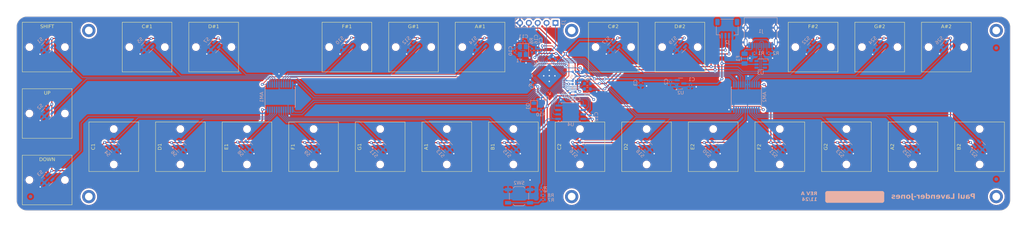
<source format=kicad_pcb>
(kicad_pcb (version 20240108) (generator "pcbnew") (generator_version "8.0")
  (layers (0 "F.Cu" signal) (31 "B.Cu" signal) (34 "B.Paste" user) (35 "F.Paste" user) (36 "B.SilkS" user "B.Silkscreen") (37 "F.SilkS" user "F.Silkscreen") (38 "B.Mask" user) (39 "F.Mask" user) (44 "Edge.Cuts" user))
  (net 0 "")
  (net 1 "SELECT6")
  (net 2 "SELECT7")
  (net 3 "SELECT5")
  (net 4 "SELECT4")
  (net 5 "SELECT0")
  (net 6 "SELECT1")
  (net 7 "GND")
  (net 8 "SELECT3")
  (net 9 "SELECT2")
  (net 10 "+3V3")
  (net 11 "+5V")
  (net 22 "+1V1")
  (net 23 "XIN")
  (net 24 "Net-(C11-Pad2)")
  (net 25 "VBUS")
  (net 26 "Net-(J1-CC1)")
  (net 27 "D+")
  (net 28 "D-")
  (net 38 "Net-(J1-CC2)")
  (net 40 "RESET")
  (net 41 "SWC")
  (net 42 "SWD")
  (net 43 "Net-(U1-USB_DP)")
  (net 44 "Net-(U1-USB_DM)")
  (net 45 "XOUT")
  (net 46 "Net-(R7-Pad1)")
  (net 47 "Q_SEL")
  (net 48 "Net-(R8-Pad2)")
  (net 49 "Q_IO3")
  (net 50 "Q_CLK")
  (net 51 "Q_IO0")
  (net 52 "Q_IO2")
  (net 53 "Q_IO1")
  (net 56 "AM1:7")
  (net 57 "AM1:6")
  (net 58 "AM1:5")
  (net 59 "AM1:4")
  (net 60 "USER_LED")
  (net 61 "AM1:2")
  (net 62 "AM1:1")
  (net 63 "AM1:0")
  (net 64 "AM1:15")
  (net 65 "AM1:14")
  (net 66 "AM1:13")
  (net 67 "AM1:12")
  (net 68 "AM1:11")
  (net 69 "AM1:10")
  (net 70 "AM1:9")
  (net 71 "AM1:8")
  (net 72 "AM2:7")
  (net 73 "AM2:6")
  (net 74 "AM2:5")
  (net 75 "AM2:4")
  (net 76 "Net-(D1-A)")
  (net 77 "AM2:2")
  (net 78 "AM2:1")
  (net 79 "AM2:0")
  (net 80 "AM2:15")
  (net 81 "AM2:14")
  (net 83 "AM2:10")
  (net 84 "AM2:9")
  (net 85 "AM2:8")
  (net 86 "AM1_COM")
  (net 87 "AM2_COM")
  (footprint "KeyboardFootprints:Generic_MX_PCB_1u" (layer "F.Cu") (at 238.125 114.3)
    (property "Reference" "K17")
    (property "Value" "C#2")
  )
  (footprint "KeyboardFootprints:Generic_MX_PCB_2u" (layer "F.Cu") (at 304.8 142.875 90)
    (property "Reference" "K23")
    (property "Value" "G2")
  )
  (footprint "KeyboardFootprints:Generic_MX_PCB_2u" (layer "F.Cu") (at 285.75 142.875 90)
    (property "Reference" "K21")
    (property "Value" "F2")
  )
  (footprint "KeyboardFootprints:Generic_MX_PCB_2u" (layer "F.Cu") (at 171.45 142.875 90)
    (property "Reference" "K11")
    (property "Value" "G1")
  )
  (footprint "KeyboardFootprints:Generic_MX_PCB_1u" (layer "F.Cu") (at 104.775 114.3)
    (property "Reference" "K5")
    (property "Value" "C#1")
  )
  (footprint "KeyboardFootprints:Generic_MX_PCB_1u" (layer "F.Cu") (at 314.325 114.3)
    (property "Reference" "K24")
    (property "Value" "G#2")
  )
  (footprint "KeyboardFootprints:Generic_MX_PCB_2u" (layer "F.Cu") (at 228.6 142.875 90)
    (property "Reference" "K16")
    (property "Value" "C2")
  )
  (footprint "KeyboardFootprints:Generic_MX_PCB_1u" (layer "F.Cu") (at 295.275 114.3)
    (property "Reference" "K22")
    (property "Value" "F#2")
  )
  (footprint "KeyboardFootprints:Generic_MX_PCB_2u" (layer "F.Cu") (at 95.25 142.875 90)
    (property "Reference" "K4")
    (property "Value" "C1")
  )
  (footprint "KeyboardFootprints:Generic_MX_PCB_1u" (layer "F.Cu") (at 76.2 152.4)
    (property "Reference" "K3")
    (property "Value" "DOWN")
  )
  (footprint "KeyboardFootprints:Generic_MX_PCB_1u" (layer "F.Cu") (at 161.925 114.3)
    (property "Reference" "K10")
    (property "Value" "F#1")
  )
  (footprint "KeyboardFootprints:Generic_MX_PCB_2u" (layer "F.Cu") (at 152.4 142.875 90)
    (property "Reference" "K9")
    (property "Value" "F1")
  )
  (footprint "KeyboardFootprints:Generic_MX_PCB_1u" (layer "F.Cu") (at 333.375 114.3)
    (property "Reference" "K26")
    (property "Value" "A#2")
  )
  (footprint "KeyboardFootprints:Generic_MX_PCB_1u" (layer "F.Cu") (at 180.975 114.3)
    (property "Reference" "K12")
    (property "Value" "G#1")
  )
  (footprint "KeyboardFootprints:Generic_MX_PCB_2u" (layer "F.Cu") (at 247.65 142.875 90)
    (property "Reference" "K18")
    (property "Value" "D2")
  )
  (footprint "KeyboardFootprints:Generic_MX_PCB_2u" (layer "F.Cu") (at 209.55 142.875 90)
    (property "Reference" "K15")
    (property "Value" "B1")
  )
  (footprint "MountingHole:MountingHole_2.2mm_M2_DIN965_Pad" (layer "F.Cu") (at 226.21875 109.5375)
    (property "Reference" "H4")
    (property "Value" "MountingHole")
  )
  (footprint "KeyboardFootprints:Generic_MX_PCB_2u" (layer "F.Cu") (at 323.85 142.875 90)
    (property "Reference" "K25")
    (property "Value" "A2")
  )
  (footprint "MountingHole:MountingHole_2.2mm_M2_DIN965_Pad" (layer "F.Cu") (at 88.10625 109.5375)
    (property "Reference" "H1")
    (property "Value" "MountingHole")
  )
  (footprint "MountingHole:MountingHole_2.2mm_M2_DIN965_Pad" (layer "F.Cu") (at 347.6625 157.1625)
    (property "Reference" "H3")
    (property "Value" "MountingHole")
  )
  (footprint "MountingHole:MountingHole_2.2mm_M2_DIN965_Pad" (layer "F.Cu") (at 88.10625 157.1625)
    (property "Reference" "H2")
    (property "Value" "MountingHole")
  )
  (footprint "KeyboardFootprints:Generic_MX_PCB_1u" (layer "F.Cu") (at 257.175 114.3)
    (property "Reference" "K19")
    (property "Value" "D#2")
  )
  (footprint "KeyboardFootprints:Generic_MX_PCB_1u" (layer "F.Cu") (at 123.825 114.3)
    (property "Reference" "K7")
    (property "Value" "D#1")
  )
  (footprint "KeyboardFootprints:Generic_MX_PCB_2u" (layer "F.Cu") (at 266.7 142.875 90)
    (property "Reference" "K20")
    (property "Value" "E2")
  )
  (footprint "KeyboardFootprints:Generic_MX_PCB_2u" (layer "F.Cu") (at 114.3 142.875 90)
    (property "Reference" "K6")
    (property "Value" "D1")
  )
  (footprint "MountingHole:MountingHole_2.2mm_M2_DIN965_Pad" (layer "F.Cu") (at 226.21875 157.1625 180)
    (property "Reference" "H5")
    (property "Value" "MountingHole")
  )
  (footprint "KeyboardFootprints:Generic_MX_PCB_1u" (layer "F.Cu") (at 76.2 114.3)
    (property "Reference" "K1")
    (property "Value" "SHIFT")
  )
  (footprint "MountingHole:MountingHole_2.2mm_M2_DIN965_Pad" (layer "F.Cu") (at 347.6625 109.5375 180)
    (property "Reference" "H6")
    (property "Value" "MountingHole")
  )
  (footprint "KeyboardFootprints:Generic_MX_PCB_2u" (layer "F.Cu") (at 342.9 142.875 90)
    (property "Reference" "K27")
    (property "Value" "B2")
  )
  (footprint "KeyboardFootprints:Generic_MX_PCB_2u" (layer "F.Cu") (at 190.5 142.875 90)
    (property "Reference" "K13")
    (property "Value" "A1")
  )
  (footprint "KeyboardFootprints:Generic_MX_PCB_2u" (layer "F.Cu") (at 133.35 142.875 90)
    (property "Reference" "K8")
    (property "Value" "E1")
  )
  (footprint "KeyboardFootprints:Generic_MX_PCB_1u" (layer "F.Cu") (at 200.025 114.3)
    (property "Reference" "K14")
    (property "Value" "A#1")
  )
  (footprint "KeyboardFootprints:Generic_MX_PCB_1u" (layer "F.Cu") (at 76.2 133.35)
    (property "Reference" "K2")
    (property "Value" "UP")
  )
  (footprint "Connector_USB:USB_C_Receptacle_HRO_TYPE-C-31-M-12" (layer "B.Cu") (at 280.288614 109.801021)
    (property "Reference" "J1")
    (property "Value" "USB_C_Receptacle_USB2.0_16P")
  )
  (footprint "Package_TO_SOT_SMD:SOT-23-3" (layer "B.Cu") (at 257.175 114.3 -135)
    (property "Reference" "S19")
    (property "Value" "D#")
  )
  (footprint "Package_TO_SOT_SMD:SOT-23-3" (layer "B.Cu") (at 228.6 142.875 -45)
    (property "Reference" "S16")
    (property "Value" "C")
  )
  (footprint "Capacitor_SMD:C_0402_1005Metric" (layer "B.Cu") (at 226.995 121.365)
    (property "Reference" "C6")
    (property "Value" "1uF")
  )
  (footprint "Resistor_SMD:R_0603_1608Metric" (layer "B.Cu") (at 230.709322 126.331948 180)
    (property "Reference" "R4")
    (property "Value" "27 ohm")
  )
  (footprint "Capacitor_SMD:C_0402_1005Metric" (layer "B.Cu") (at 227.312854 127.61905 90)
    (property "Reference" "C13")
    (property "Value" "100nF")
  )
  (footprint "Package_TO_SOT_SMD:SOT-23" (layer "B.Cu") (at 257.357611 124.735358)
    (property "Reference" "U2")
    (property "Value" "XC6206P332MR")
  )
  (footprint "Package_TO_SOT_SMD:SOT-23-3" (layer "B.Cu") (at 114.3 142.875 -45)
    (property "Reference" "S6")
    (property "Value" "D")
  )
  (footprint "Package_SO:SOIC-8_5.23x5.23mm_P1.27mm" (layer "B.Cu") (at 225.945 132.97588)
    (property "Reference" "U4")
    (property "Value" "W25Q128JVS")
  )
  (footprint "Capacitor_SMD:C_0402_1005Metric" (layer "B.Cu") (at 231.155 134.355 90)
    (property "Reference" "C12")
    (property "Value" "1uF")
  )
  (footprint "Package_TO_SOT_SMD:SOT-23-3" (layer "B.Cu") (at 323.85 142.875 -45)
    (property "Reference" "S25")
    (property "Value" "A")
  )
  (footprint "Package_TO_SOT_SMD:SOT-23-3" (layer "B.Cu") (at 342.9 142.875 -45)
    (property "Reference" "S27")
    (property "Value" "B")
  )
  (footprint "Crystal:Crystal_SMD_3225-4Pin_3.2x2.5mm" (layer "B.Cu") (at 212.270375 115.323609 -90)
    (property "Reference" "Y1")
    (property "Value" "12MHz 20pF")
  )
  (footprint "Capacitor_SMD:C_0402_1005Metric" (layer "B.Cu") (at 215.470459 124.786947 135)
    (property "Reference" "C9")
    (property "Value" "100nF")
  )
  (footprint "Package_TO_SOT_SMD:SOT-23-3" (layer "B.Cu") (at 171.45 142.875 -45)
    (property "Reference" "S11")
    (property "Value" "G")
  )
  (footprint "Capacitor_SMD:C_0402_1005Metric" (layer "B.Cu") (at 221.949201 118.055295 135)
    (property "Reference" "C7" (hide yes))
    (property "Value" "100nF")
  )
  (footprint "Package_TO_SOT_SMD:SOT-23-3" (layer "B.Cu") (at 247.65 142.875 -45)
    (property "Reference" "S18")
    (property "Value" "D")
  )
  (footprint "Package_TO_SOT_SMD:SOT-23-3" (layer "B.Cu") (at 133.35 142.875 -45)
    (property "Reference" "S8")
    (property "Value" "E")
  )
  (footprint "Package_TO_SOT_SMD:SOT-23-3" (layer "B.Cu") (at 152.4 142.875 -45)
    (property "Reference" "S9")
    (property "Value" "F")
  )
  (footprint "Resistor_SMD:R_0603_1608Metric" (layer "B.Cu") (at 230.696752 124.773289 180)
    (property "Reference" "R5")
    (property "Value" "27 ohm")
  )
  (footprint "Package_TO_SOT_SMD:SOT-23-3" (layer "B.Cu") (at 314.325 114.3 -135)
    (property "Reference" "S24")
    (property "Value" "G#")
  )
  (footprint "Resistor_SMD:R_0402_1005Metric" (layer "B.Cu") (at 278.514893 116.057098 180)
    (property "Reference" "R1")
    (property "Value" "5.1k ohm")
  )
  (footprint "Package_TO_SOT_SMD:SOT-23-3" (layer "B.Cu") (at 304.8 142.875 -45)
    (property "Reference" "S23")
    (property "Value" "G")
  )
  (footprint "Package_TO_SOT_SMD:SOT-23-3" (layer "B.Cu") (at 333.375 114.3 -135)
    (property "Reference" "S26")
    (property "Value" "A#")
  )
  (footprint "Capacitor_SMD:C_0402_1005Metric" (layer "B.Cu") (at 215.979192 115.245 90)
    (property "Reference" "C16")
    (property "Value" "100nF")
  )
  (footprint "Fiducial:Fiducial_1mm_Mask2mm" (layer "B.Cu") (at 71.4375 157.1625 180)
    (property "Reference" "FID1")
    (property "Value" "Fiducial")
  )
  (footprint "Capacitor_SMD:C_0402_1005Metric" (layer "B.Cu") (at 226.995 124.905)
    (property "Reference" "C4")
    (property "Value" "1uF")
  )
  (footprint "Resistor_SMD:R_0402_1005Metric" (layer "B.Cu") (at 282.600947 116.068977)
    (property "Reference" "R2")
    (property "Value" "5.1k ohm")
  )
  (footprint "Capacitor_SMD:C_0402_1005Metric" (layer "B.Cu") (at 216.955 115.245 90)
    (property "Reference" "C5")
    (property "Value" "100nF")
  )
  (footprint "Capacitor_SMD:C_0402_1005Metric" (layer "B.Cu") (at 212.285 112.535)
    (property "Reference" "C11")
    (property "Value" "22pF")
  )
  (footprint "Package_SO:SSOP-24_5.3x8.2mm_P0.65mm" (layer "B.Cu") (at 142.835 128.645 -90)
    (property "Reference" "AM1")
    (property "Value" "CD74HC4067SM")
  )
  (footprint "Package_TO_SOT_SMD:SOT-23-3" (layer "B.Cu") (at 104.775 114.3 -135)
    (property "Reference" "S5")
    (property "Value" "C#")
  )
  (footprint "LED_SMD:LED_0805_2012Metric" (layer "B.Cu") (at 215.429254 131.301789 -90)
    (property "Reference" "D1")
    (property "Value" "Power LED (Green)")
  )
  (footprint "Package_TO_SOT_SMD:SOT-23-3" (layer "B.Cu") (at 76.2 133.35 -135)
    (property "Reference" "S2")
    (property "Value" "UP")
  )
  (footprint "Resistor_SMD:R_0402_1005Metric" (layer "B.Cu") (at 218.031312 156.853309 180)
    (property "Reference" "R8")
    (property "Value" "5.1k ohm")
  )
  (footprint "PCM_marbastlib-various:SOT-23-6-routable" (layer "B.Cu") (at 280.287629 119.253604 180)
    (property "Reference" "U3")
    (property "Value" "SRV05-4")
  )
  (footprint "Connector_JST:JST_SH_SM04B-SRSS-TB_1x04-1MP_P1.00mm_Horizontal" (layer "B.Cu") (at 270.708614 108.997184)
    (property "Reference" "J2")
    (property "Value" "Conn_01x04")
  )
  (footprint "Package_TO_SOT_SMD:SOT-23-3" (layer "B.Cu") (at 76.2 152.4 -135)
    (property "Reference" "S3")
    (property "Value" "DOWN")
  )
  (footprint "Capacitor_SMD:C_0402_1005Metric" (layer "B.Cu") (at 225.369946 127.23438 -45)
    (property "Reference" "C14")
    (property "Value" "100nF")
  )
  (footprint "Capacitor_SMD:C_0402_1005Metric" (layer "B.Cu") (at 226.985 123.985)
    (property "Reference" "C15")
    (property "Value" "100nF")
  )
  (footprint "Package_TO_SOT_SMD:SOT-23-3" (layer "B.Cu") (at 266.7 142.875 -45)
    (property "Reference" "S20")
    (property "Value" "E")
  )
  (footprint "Capacitor_SMD:C_0603_1608Metric" (layer "B.Cu") (at 245.962851 124.540318 -90)
    (property "Reference" "C3")
    (property "Value" "10uF")
  )
  (footprint "Package_TO_SOT_SMD:SOT-23-3" (layer "B.Cu") (at 200.025 114.3 -135)
    (property "Reference" "S14")
    (property "Value" "A#")
  )
  (footprint "Capacitor_SMD:C_0402_1005Metric" (layer "B.Cu") (at 254.466789 124.264812 -90)
    (property "Reference" "C2")
    (property "Value" "1uF")
  )
  (footprint "Package_TO_SOT_SMD:SOT-23-3" (layer "B.Cu") (at 285.75 142.875 -45)
    (property "Reference" "S21")
    (property "Value" "F")
  )
  (footprint "Package_TO_SOT_SMD:SOT-23-3" (layer "B.Cu") (at 295.275 114.3 -135)
    (property "Reference" "S22")
    (property "Value" "F#")
  )
  (footprint "Capacitor_SMD:C_0402_1005Metric" (layer "B.Cu") (at 260.187517 125.202762 -90)
    (property "Reference" "C1")
    (property "Value" "1uF")
  )
  (footprint "Button_Switch_SMD:SW_SPST_TL3342" (layer "B.Cu") (at 211.1625 157.04088 180)
    (property "Reference" "SW2")
    (property "Value" "BOOTSELECT")
  )
  (footprint "Package_TO_SOT_SMD:SOT-23-3" (layer "B.Cu") (at 209.55 142.875 -45)
    (property "Reference" "S15")
    (property "Value" "B")
  )
  (footprint "Package_TO_SOT_SMD:SOT-23-3" (layer "B.Cu") (at 238.125 114.3 -135)
    (property "Reference" "S17")
    (property "Value" "C#")
  )
  (footprint "Package_TO_SOT_SMD:SOT-23-3" (layer "B.Cu") (at 123.825 114.3 -135)
    (property "Reference" "S7")
    (property "Value" "D#")
  )
  (footprint "Package_TO_SOT_SMD:SOT-23-3" (layer "B.Cu") (at 180.975 114.3 -135)
    (property "Reference" "S12")
    (property "Value" "G#")
  )
  (footprint "Connector_PinHeader_2.54mm:PinHeader_1x05_P2.54mm_Vertical" (layer "B.Cu") (at 221.585 107.365 90)
    (property "Reference" "J3")
    (property "Value" "Conn_01x05")
  )
  (footprint "Package_TO_SOT_SMD:SOT-23-3" (layer "B.Cu") (at 76.2 114.3 -135)
    (property "Reference" "S1")
    (property "Value" "SELECT")
  )
  (footprint "Package_SO:SSOP-24_5.3x8.2mm_P0.65mm" (layer "B.Cu") (at 276.185 128.645 90)
    (property "Reference" "AM2")
    (property "Value" "CD74HC4067SM")
  )
  (footprint "Resistor_SMD:R_0402_1005Metric" (layer "B.Cu") (at 218.031312 158.053308)
    (property "Reference" "R7")
    (property "Value" "1k ohm")
  )
  (footprint "Fiducial:Fiducial_1mm_Mask2mm" (layer "B.Cu") (at 347.6625 114.5375 180)
    (property "Reference" "FID3" (hide yes))
    (property "Value" "Fiducial")
  )
  (footprint "Package_DFN_QFN:QFN-56-1EP_7x7mm_P0.4mm_EP3.2x3.2mm" (layer "B.Cu") (at 219.825145 122.54088 45)
    (property "Reference" "U1")
    (property "Value" "RP2040")
  )
  (footprint "Capacitor_SMD:C_0402_1005Metric" (layer "B.Cu") (at 218.20071 128.20433 -135)
    (property "Reference" "C8")
    (property "Value" "100nF")
  )
  (footprint "Resistor_SMD:R_0402_1005Metric" (layer "B.Cu") (at 214.910257 115.276698 -90)
    (property "Reference" "R6")
    (property "Value" "1k ohm")
  )
  (footprint "Resistor_SMD:R_0402_1005Metric" (layer "B.Cu") (at 217.525 155.195 90)
    (property "Reference" "R9")
    (property "Value" "5.1k ohm")
  )
  (footprint "Fuse:Fuse_1206_3216Metric" (layer "B.Cu") (at 275.675 117.603604 -90)
    (property "Reference" "F1")
    (property "Value" "6V 1.5A")
  )
  (footprint "Capacitor_SMD:C_0402_1005Metric" (layer "B.Cu") (at 209.905 115.365 -90)
    (property "Reference" "C10")
    (property "Value" "22pF")
  )
  (footprint "Package_TO_SOT_SMD:SOT-23-3" (layer "B.Cu") (at 161.925 114.3 -135)
    (property "Reference" "S10")
    (property "Value" "F#")
  )
  (footprint "Fiducial:Fiducial_1mm_Mask2mm" (layer "B.Cu") (at 347.6625 152.1625 180)
    (property "Reference" "FID2" (hide yes))
    (property "Value" "Fiducial")
  )
  (footprint "Package_TO_SOT_SMD:SOT-23-3" (layer "B.Cu") (at 95.25 142.875 -45)
    (property "Reference" "S4")
    (property "Value" "C")
  )
  (footprint "Package_TO_SOT_SMD:SOT-23-3" (layer "B.Cu") (at 190.5 142.875 -45)
    (property "Reference" "S13")
    (property "Value" "A")
  )
  (footprint "Resistor_SMD:R_0402_1005Metric" (layer "B.Cu") (at 217.441179 132.493544 180)
    (property "Reference" "R10")
    (property "Value" "1k ohm")
  )
  (gr_poly (pts (arc (start 315.5157 156.174471) (mid 315.369221 155.813764) (end 315.01555 155.6673)) (arc (start 299.34695 155.6673) (mid 298.993397 155.813747) (end 298.84695 156.1673)) (arc (start 298.84695 158.345989) (mid 298.993397 158.699542) (end 299.34695 158.845989)) (arc (start 315.0157 158.845989) (mid 315.36926 158.699567) (end 315.5157 158.346))) (fill solid) (layer "B.SilkS"))
  (gr_arc (start 315.01555 155.6673) (mid 315.371701 155.816278) (end 315.5157 156.174471) (stroke (width 0.2)) (layer "B.SilkS"))
  (gr_line (start 315.0157 158.845989) (end 299.34695 158.845989) (stroke (width 0.2)) (layer "B.SilkS"))
  (gr_arc (start 299.34695 158.845989) (mid 298.9934 158.699542) (end 298.84695 158.345989) (stroke (width 0.2)) (layer "B.SilkS"))
  (gr_line (start 315.5157 156.174471) (end 315.5157 158.346) (stroke (width 0.2)) (layer "B.SilkS"))
  (gr_arc (start 315.5157 158.346) (mid 315.36925 158.699536) (end 315.0157 158.845989) (stroke (width 0.2)) (layer "B.SilkS"))
  (gr_arc (start 298.84695 156.1673) (mid 298.993397 155.813747) (end 299.34695 155.6673) (stroke (width 0.2)) (layer "B.SilkS"))
  (gr_line (start 298.84695 158.345989) (end 298.84695 156.1673) (stroke (width 0.2)) (layer "B.SilkS"))
  (gr_line (start 299.34695 155.6673) (end 315.01555 155.6673) (stroke (width 0.2)) (layer "B.SilkS"))
  (gr_arc (start 351.63125 158.13125) (mid 350.752556 160.252556) (end 348.63125 161.13125) (stroke (width 0.1)) (layer "Edge.Cuts"))
  (gr_line (start 348.63125 161.13125) (end 70.46875 161.13125) (stroke (width 0.1)) (layer "Edge.Cuts"))
  (gr_arc (start 67.46875 108.56875) (mid 68.347444 106.447444) (end 70.46875 105.56875) (stroke (width 0.1)) (layer "Edge.Cuts"))
  (gr_line (start 67.46875 158.13125) (end 67.46875 108.56875) (stroke (width 0.1)) (layer "Edge.Cuts"))
  (gr_line (start 70.46875 105.56875) (end 348.63125 105.56875) (stroke (width 0.1)) (layer "Edge.Cuts"))
  (gr_arc (start 70.46875 161.13125) (mid 68.347444 160.252556) (end 67.46875 158.13125) (stroke (width 0.1)) (layer "Edge.Cuts"))
  (gr_line (start 351.63125 108.56875) (end 351.63125 158.13125) (stroke (width 0.1)) (layer "Edge.Cuts"))
  (gr_arc (start 348.63125 105.56875) (mid 350.752556 106.447444) (end 351.63125 108.56875) (stroke (width 0.1)) (layer "Edge.Cuts"))
  (gr_text "REV A\n11/24" (at 296.4657 157.1625 0) (layer "B.SilkS") (effects (font (size 1 1) (thickness 0.2) (bold yes)) (justify left mirror)))
  (gr_text "Paul Lavender-Jones" (at 341.70945 157.1625 0) (layer "B.SilkS") (effects (font (size 1.5 1.5) (thickness 0.3) (bold yes)) (justify left mirror)))
  (segment (start 273.26 123.97) (end 273.26 125.045) (width 0.2) (layer "B.Cu") (net 1))
  (segment (start 229.927066 117.605) (end 234.597066 122.275) (width 0.2) (layer "B.Cu") (net 1))
  (segment (start 221.83156 119.685936) (end 223.912498 117.605) (width 0.2) (layer "B.Cu") (net 1))
  (segment (start 234.597066 122.275) (end 271.565 122.275) (width 0.2) (layer "B.Cu") (net 1))
  (segment (start 223.912498 117.605) (end 229.927066 117.605) (width 0.2) (layer "B.Cu") (net 1))
  (segment (start 271.565 122.275) (end 273.26 123.97) (width 0.2) (layer "B.Cu") (net 1))
  (segment (start 224.078183 118.005) (end 222.114403 119.968779) (width 0.2) (layer "B.Cu") (net 2))
  (segment (start 229.76138 118.005) (end 224.078183 118.005) (width 0.2) (layer "B.Cu") (net 2))
  (segment (start 272.61 125.045) (end 272.61 123.885686) (width 0.2) (layer "B.Cu") (net 2))
  (segment (start 272.61 123.885686) (end 271.399314 122.675) (width 0.2) (layer "B.Cu") (net 2))
  (segment (start 271.399314 122.675) (end 234.43138 122.675) (width 0.2) (layer "B.Cu") (net 2))
  (segment (start 234.43138 122.675) (end 229.76138 118.005) (width 0.2) (layer "B.Cu") (net 2))
  (segment (start 272.865 133.715) (end 244.905694 133.715) (width 0.2) (layer "B.Cu") (net 3))
  (segment (start 224.243868 118.405) (end 222.397246 120.251622) (width 0.2) (layer "B.Cu") (net 3))
  (segment (start 273.26 132.245) (end 273.26 133.32) (width 0.2) (layer "B.Cu") (net 3))
  (segment (start 273.26 133.32) (end 272.865 133.715) (width 0.2) (layer "B.Cu") (net 3))
  (segment (start 229.595694 118.405) (end 224.243868 118.405) (width 0.2) (layer "B.Cu") (net 3))
  (segment (start 244.905694 133.715) (end 229.595694 118.405) (width 0.2) (layer "B.Cu") (net 3))
  (segment (start 229.345 118.805) (end 224.409554 118.805) (width 0.2) (layer "B.Cu") (net 4))
  (segment (start 273.91 132.245) (end 273.91 133.32) (width 0.2) (layer "B.Cu") (net 4))
  (segment (start 244.655 134.115) (end 229.345 118.805) (width 0.2) (layer "B.Cu") (net 4))
  (segment (start 224.409554 118.805) (end 222.680089 120.534465) (width 0.2) (layer "B.Cu") (net 4))
  (segment (start 273.115 134.115) (end 244.655 134.115) (width 0.2) (layer "B.Cu") (net 4))
  (segment (start 273.91 133.32) (end 273.115 134.115) (width 0.2) (layer "B.Cu") (net 4))
  (segment (start 145.883825 123.025) (end 147.595 123.025) (width 0.2) (layer "B.Cu") (net 5))
  (segment (start 213.706987 128.243013) (end 215.435 126.515) (width 0.2) (layer "B.Cu") (net 5))
  (segment (start 147.595 123.025) (end 152.813013 128.243013) (width 0.2) (layer "B.Cu") (net 5))
  (segment (start 152.813013 128.243013) (end 213.706987 128.243013) (width 0.2) (layer "B.Cu") (net 5))
  (segment (start 145.11 123.798825) (end 145.883825 123.025) (width 0.2) (layer "B.Cu") (net 5))
  (segment (start 145.11 125.045) (end 145.11 123.798825) (width 0.2) (layer "B.Cu") (net 5))
  (segment (start 215.435 126.515) (end 216.69955 126.515) (width 0.2) (layer "B.Cu") (net 5))
  (segment (start 216.69955 126.515) (end 217.818728 125.395822) (width 0.2) (layer "B.Cu") (net 5))
  (segment (start 148.255 124.725) (end 152.405 128.875) (width 0.2) (layer "B.Cu") (net 6))
  (segment (start 145.76 123.858803) (end 146.082478 123.536325) (width 0.2) (layer "B.Cu") (net 6))
  (segment (start 213.676134 128.875) (end 215.556134 126.995) (width 0.2) (layer "B.Cu") (net 6))
  (segment (start 216.785242 126.995) (end 218.101574 125.678668) (width 0.2) (layer "B.Cu") (net 6))
  (segment (start 146.082478 123.536325) (end 147.076275 123.536325) (width 0.2) (layer "B.Cu") (net 6))
  (segment (start 152.405 128.875) (end 213.676134 128.875) (width 0.2) (layer "B.Cu") (net 6))
  (segment (start 148.255 124.71505) (end 148.255 124.725) (width 0.2) (layer "B.Cu") (net 6))
  (segment (start 145.76 125.045) (end 145.76 123.858803) (width 0.2) (layer "B.Cu") (net 6))
  (segment (start 147.076275 123.536325) (end 148.255 124.71505) (width 0.2) (layer "B.Cu") (net 6))
  (segment (start 215.556134 126.995) (end 216.785242 126.995) (width 0.2) (layer "B.Cu") (net 6))
  (segment (start 293.421621 116.381259) (end 293.327612 116.28725) (width 0.3) (layer "F.Cu") (net 7))
  (segment (start 325.834375 144.859375) (end 306.784375 144.859375) (width 0.3) (layer "F.Cu") (net 7))
  (segment (start 213.165 118.825) (end 213.165 118.425) (width 0.4) (layer "F.Cu") (net 7))
  (segment (start 228.156077 144.906077) (end 230.720454 144.906077) (width 0.2) (layer "F.Cu") (net 7))
  (segment (start 173.434375 144.859375) (end 154.384375 144.859375) (width 0.3) (layer "F.Cu") (net 7))
  (segment (start 134.451225 128.894975) (end 121.840625 116.284375) (width 0.3) (layer "F.Cu") (net 7))
  (segment (start 283.675 117.465161) (end 283.675 117.345) (width 0.3) (layer "F.Cu") (net 7))
  (segment (start 249.821946 144.859375) (end 268.684375 144.859375) (width 0.3) (layer "F.Cu") (net 7))
  (segment (start 233.677902 132.232098) (end 232.165 133.745) (width 0.2) (layer "F.Cu") (net 7))
  (segment (start 247.638676 125.456616) (end 245.98967 127.105622) (width 0.3) (layer "F.Cu") (net 7))
  (segment (start 245.98967 127.105622) (end 236.655672 127.105622) (width 0.3) (layer "F.Cu") (net 7))
  (segment (start 283.675 117.345) (end 284.608614 116.411386) (width 0.3) (layer "F.Cu") (net 7))
  (segment (start 91.320625 144.859375) (end 81.795625 154.384375) (width 0.3) (layer "F.Cu") (net 7))
  (segment (start 275.968614 112.931021) (end 275.968614 116.24747) (width 0.3) (layer "F.Cu") (net 7))
  (segment (start 97.234375 144.859375) (end 91.320625 144.859375) (width 0.3) (layer "F.Cu") (net 7))
  (segment (start 216.455 113.888245) (end 216.455 115.135) (width 0.3) (layer "F.Cu") (net 7))
  (segment (start 227.905 120.665) (end 228.705 121.465) (width 0.3) (layer "F.Cu") (net 7))
  (segment (start 249.775244 144.906077) (end 230.720454 144.906077) (width 0.3) (layer "F.Cu") (net 7))
  (segment (start 261.694755 125.555) (end 247.73706 125.555) (width 0.3) (layer "F.Cu") (net 7))
  (segment (start 211.534375 144.859375) (end 211.534375 149.621875) (width 0.3) (layer "F.Cu") (net 7))
  (segment (start 198.040625 116.284375) (end 207.295625 116.284375) (width 0.3) (layer "F.Cu") (net 7))
  (segment (start 261.837517 125.697762) (end 261.694755 125.555) (width 0.3) (layer "F.Cu") (net 7))
  (segment (start 275.968614 116.24747) (end 277.186304 117.46516) (width 0.3) (layer "F.Cu") (net 7))
  (segment (start 272.215 122.735) (end 273.355 122.735) (width 0.3) (layer "F.Cu") (net 7))
  (segment (start 325.834375 144.859375) (end 344.884375 144.859375) (width 0.3) (layer "F.Cu") (net 7))
  (segment (start 81.795625 154.384375) (end 74.215625 154.384375) (width 0.3) (layer "F.Cu") (net 7))
  (segment (start 249.821946 144.859375) (end 249.775244 144.906077) (width 0.3) (layer "F.Cu") (net 7))
  (segment (start 247.73706 125.555) (end 247.638676 125.456616) (width 0.3) (layer "F.Cu") (net 7))
  (segment (start 216.455 115.135) (end 214.195 117.395) (width 0.3) (layer "F.Cu") (net 7))
  (segment (start 284.608614 116.411386) (end 284.608614 112.931021) (width 0.3) (layer "F.Cu") (net 7))
  (segment (start 207.295625 116.284375) (end 209.845 113.735) (width 0.3) (layer "F.Cu") (net 7))
  (segment (start 236.140625 116.284375) (end 228.835625 116.284375) (width 0.3) (layer "F.Cu") (net 7))
  (segment (start 116.284375 144.859375) (end 135.334375 144.859375) (width 0.3) (layer "F.Cu") (net 7))
  (segment (start 142.508979 120.450396) (end 146.675 116.284375) (width 0.3) (layer "F.Cu") (net 7))
  (segment (start 74.215625 154.384375) (end 74.215625 135.334375) (width 0.3) (layer "F.Cu") (net 7))
  (segment (start 223.115 129.435) (end 223.115 139.865) (width 0.3) (layer "F.Cu") (net 7))
  (segment (start 277.186305 117.465161) (end 283.675 117.465161) (width 0.3) (layer "F.Cu") (net 7))
  (segment (start 143.144975 128.894975) (end 134.451225 128.894975) (width 0.3) (layer "F.Cu") (net 7))
  (segment (start 269.252238 125.697762) (end 261.837517 125.697762) (width 0.3) (layer "F.Cu") (net 7))
  (segment (start 211.534375 149.621875) (end 214.3125 152.4) (width 0.3) (layer "F.Cu") (net 7))
  (segment (start 135.334375 144.859375) (end 154.384375 144.859375) (width 0.3) (layer "F.Cu") (net 7))
  (segment (start 145.435773 131.185773) (end 145.435773 129.594227) (width 0.3) (layer "F.Cu") (net 7))
  (segment (start 97.234375 144.859375) (end 116.284375 144.859375) (width 0.3) (layer "F.Cu") (net 7))
  (segment (start 272.215 122.735) (end 269.252238 125.697762) (width 0.3) (layer "F.Cu") (net 7))
  (segment (start 312.295869 116.381259) (end 293.421621 116.381259) (width 0.3) (layer "F.Cu") (net 7))
  (segment (start 293.324737 116.284375) (end 293.327612 116.28725) (width 0.2) (layer "F.Cu") (net 7))
  (segment (start 227.905 117.215) (end 227.905 120.665) (width 0.3) (layer "F.Cu") (net 7))
  (segment (start 236.140625 116.284375) (end 255.190625 116.284375) (width 0.2) (layer "F.Cu") (net 7))
  (segment (start 145.435773 129.594227) (end 147.555 127.475) (width 0.3) (layer "F.Cu") (net 7))
  (segment (start 276.488981 135.716945) (end 274.676945 135.716945) (width 0.2) (layer "F.Cu") (net 7))
  (segment (start 173.434375 144.859375) (end 192.484375 144.859375) (width 0.3) (layer "F.Cu") (net 7))
  (segment (start 215.091755 112.525) (end 210.715 112.525) (width 0.3) (layer "F.Cu") (net 7))
  (segment (start 312.092202 116.28725) (end 312.186211 116.381259) (width 0.2) (layer "F.Cu") (net 7))
  (segment (start 230.651878 124.395) (end 228.665 124.395) (width 0.3) (layer "F.Cu") (net 7))
  (segment (start 209.845 115.505) (end 213.165 118.825) (width 0.3) (layer "F.Cu") (net 7))
  (segment (start 213.165 118.425) (end 214.195 117.395) (width 0.3) (layer "F.Cu") (net 7))
  (segment (start 74.15912 116.34088) (end 74.15912 135.27787) (width 0.3) (layer "F.Cu") (net 7))
  (segment (start 230.720454 144.906077) (end 211.581077 144.906077) (width 0.3) (layer "F.Cu") (net 7))
  (segment (start 102.790625 116.284375) (end 121.840625 116.284375) (width 0.3) (layer "F.Cu") (net 7))
  (segment (start 273.355 122.735) (end 276.577795 122.735) (width 0.3) (layer "F.Cu") (net 7))
  (segment (start 209.845 113.735) (end 209.845 115.505) (width 0.3) (layer "F.Cu") (net 7))
  (segment (start 145.435773 131.185773) (end 143.144975 128.894975) (width 0.3) (layer "F.Cu") (net 7))
  (segment (start 233.665 132.245) (end 232.165 133.745) (width 0.25) (layer "F.Cu") (net 7))
  (segment (start 74.15912 135.27787) (end 74.215625 135.334375) (width 0.2) (layer "F.Cu") (net 7))
  (segment (start 142.508979 121.962342) (end 142.508979 120.450396) (width 0.3) (layer "F.Cu") (net 7))
  (segment (start 276.577795 122.735) (end 276.675 122.637795) (width 0.3) (layer "F.Cu") (net 7))
  (segment (start 268.684375 144.859375) (end 287.734375 144.859375) (width 0.3) (layer "F.Cu") (net 7))
  (segment (start 331.273845 116.381259) (end 331.439086 116.216018) (width 0.3) (layer "F.Cu") (net 7))
  (segment (start 274.676945 135.716945) (end 271.205 132.245) (width 0.2) (layer "F.Cu") (net 7))
  (segment (start 145.435773 133.985724) (end 145.435773 131.185773) (width 0.3) (layer "F.Cu") (net 7))
  (segment (start 216.455 113.888245) (end 215.091755 112.525) (width 0.3) (layer "F.Cu") (net 7))
  (segment (start 292.149701 117.465161) (end 293.327612 116.28725) (width 0.3) (layer "F.Cu") (net 7))
  (segment (start 283.675 117.465161) (end 292.149701 117.465161) (width 0.3) (layer "F.Cu") (net 7))
  (segment (start 209.845 113.735) (end 209.845 113.395) (width 0.4) (layer "F.Cu") (net 7))
  (segment (start 271.205 132.245) (end 233.665 132.245) (width 0.25) (layer "F.Cu") (net 7))
  (segment (start 146.675 116.284375) (end 159.940625 116.284375) (width 0.3) (layer "F.Cu") (net 7))
  (segment (start 211.581077 144.906077) (end 211.534375 144.859375) (width 0.3) (layer "F.Cu") (net 7))
  (segment (start 312.295869 116.381259) (end 331.273845 116.381259) (width 0.3) (layer "F.Cu") (net 7))
  (segment (start 228.835625 116.284375) (end 227.905 117.215) (width 0.3) (layer "F.Cu") (net 7))
  (segment (start 277.186304 117.46516) (end 277.186305 117.465161) (width 0.3) (layer "F.Cu") (net 7))
  (segment (start 198.040625 116.284375) (end 178.990625 116.284375) (width 0.3) (layer "F.Cu") (net 7))
  (segment (start 306.784375 144.859375) (end 287.734375 144.859375) (width 0.3) (layer "F.Cu") (net 7))
  (segment (start 147.555 127.475) (end 147.555 125.005) (width 0.3) (layer "F.Cu") (net 7))
  (segment (start 192.484375 144.859375) (end 211.534375 144.859375) (width 0.3) (layer "F.Cu") (net 7))
  (segment (start 312.186211 116.381259) (end 312.295869 116.381259) (width 0.2) (layer "F.Cu") (net 7))
  (segment (start 209.845 113.395) (end 210.715 112.525) (width 0.3) (layer "F.Cu") (net 7))
  (segment (start 121.840625 116.284375) (end 146.675 116.284375) (width 0.3) (layer "F.Cu") (net 7))
  (segment (start 233.3625 127.105622) (end 230.651878 124.395) (width 0.3) (layer "F.Cu") (net 7))
  (segment (start 178.990625 116.284375) (end 159.940625 116.284375) (width 0.3) (layer "F.Cu") (net 7))
  (segment (start 223.115 139.865) (end 228.156077 144.906077) (width 0.3) (layer "F.Cu") (net 7))
  (via (at 277.186304 117.46516) (size 0.8) (drill 0.4) (layers "F.Cu" "B.Cu") (net 7))
  (via (at 192.484375 144.859375) (size 0.8) (drill 0.4) (layers "F.Cu" "B.Cu") (net 7))
  (via (at 283.675 117.465161) (size 0.8) (drill 0.4) (layers "F.Cu" "B.Cu") (net 7))
  (via (at 228.665 124.395) (size 0.8) (drill 0.4) (layers "F.Cu" "B.Cu") (net 7))
  (via (at 276.488981 135.716945) (size 0.8) (drill 0.4) (layers "F.Cu" "B.Cu") (net 7))
  (via (at 211.534375 144.859375) (size 0.8) (drill 0.4) (layers "F.Cu" "B.Cu") (net 7))
  (via (at 230.720454 144.906077) (size 0.8) (drill 0.4) (layers "F.Cu" "B.Cu") (net 7))
  (via (at 276.675 122.637795) (size 0.8) (drill 0.4) (layers "F.Cu" "B.Cu") (net 7))
  (via (at 306.784375 144.859375) (size 0.8) (drill 0.4) (layers "F.Cu" "B.Cu") (net 7))
  (via (at 255.190625 116.284375) (size 0.8) (drill 0.4) (layers "F.Cu" "B.Cu") (net 7))
  (via (at 249.821946 144.859375) (size 0.8) (drill 0.4) (layers "F.Cu" "B.Cu") (net 7))
  (via (at 214.195 117.395) (size 0.8) (drill 0.4) (layers "F.Cu" "B.Cu") (net 7))
  (via (at 145.435773 133.985724) (size 0.8) (drill 0.4) (layers "F.Cu" "B.Cu") (net 7))
  (via (at 121.840625 116.284375) (size 0.8) (drill 0.4) (layers "F.Cu" "B.Cu") (net 7))
  (via (at 228.705 121.465) (size 0.8) (drill 0.4) (layers "F.Cu" "B.Cu") (net 7))
  (via (at 217.207396 129.209476) (size 0.8) (drill 0.4) (layers "F.Cu" "B.Cu") (net 7))
  (via (at 312.295869 116.381259) (size 0.8) (drill 0.4) (layers "F.Cu" "B.Cu") (net 7))
  (via (at 268.684375 144.859375) (size 0.8) (drill 0.4) (layers "F.Cu" "B.Cu") (net 7))
  (via (at 159.940625 116.284375) (size 0.8) (drill 0.4) (layers "F.Cu" "B.Cu") (net 7))
  (via (at 236.140625 116.284375) (size 0.8) (drill 0.4) (layers "F.Cu" "B.Cu") (net 7))
  (via (at 178.990625 116.284375) (size 0.8) (drill 0.4) (layers "F.Cu" "B.Cu") (net 7))
  (via (at 273.355 122.735) (size 0.8) (drill 0.4) (layers "F.Cu" "B.Cu") (net 7))
  (via (at 218.225145 122.54088) (size 0.8) (drill 0.4) (layers "F.Cu" "B.Cu") (net 7))
  (via (at 325.834375 144.859375) (size 0.8) (drill 0.4) (layers "F.Cu" "B.Cu") (net 7))
  (via (at 213.165 118.825) (size 0.8) (drill 0.4) (layers "F.Cu" "B.Cu") (net 7))
  (via (at 74.15912 116.34088) (size 0.8) (drill 0.4) (layers "F.Cu" "B.Cu") (net 7))
  (via (at 216.455 113.888245) (size 0.8) (drill 0.4) (layers "F.Cu" "B.Cu") (net 7))
  (via (at 173.434375 144.859375) (size 0.8) (drill 0.4) (layers "F.Cu" "B.Cu") (net 7))
  (via (at 219.825145 120.94088) (size 0.8) (drill 0.4) (layers "F.Cu" "B.Cu") (net 7))
  (via (at 198.040625 116.284375) (size 0.8) (drill 0.4) (layers "F.Cu" "B.Cu") (net 7))
  (via (at 221.425145 122.54088) (size 0.8) (drill 0.4) (layers "F.Cu" "B.Cu") (net 7))
  (via (at 214.331931 123.680341) (size 0.8) (drill 0.4) (layers "F.Cu" "B.Cu") (net 7))
  (via (at 210.715 112.525) (size 0.8) (drill 0.4) (layers "F.Cu" "B.Cu") (net 7))
  (via (at 209.845 113.735) (size 0.8) (drill 0.4) (layers "F.Cu" "B.Cu") (net 7))
  (via (at 223.115 129.435) (size 0.8) (drill 0.4) (layers "F.Cu" "B.Cu") (net 7))
  (via (at 219.825145 122.54088) (size 0.8) (drill 0.4) (layers "F.Cu" "B.Cu") (net 7))
  (via (at 154.384375 144.859375) (size 0.8) (drill 0.4) (layers "F.Cu" "B.Cu") (net 7))
  (via (at 116.284375 144.859375) (size 0.8) (drill 0.4) (layers "F.Cu" "B.Cu") (net 7))
  (via (at 331.439086 116.216018) (size 0.8) (drill 0.4) (layers "F.Cu" "B.Cu") (net 7))
  (via (at 236.655672 127.105622) (size 0.8) (drill 0.4) (layers "F.Cu" "B.Cu") (net 7))
  (via (at 74.215625 154.384375) (size 0.8) (drill 0.4) (layers "F.Cu" "B.Cu") (net 7))
  (via (at 102.790625 116.284375) (size 0.8) (drill 0.4) (layers "F.Cu" "B.Cu") (net 7))
  (via (at 142.508979 121.962342) (size 0.8) (drill 0.4) (layers "F.Cu" "B.Cu") (net 7))
  (via (at 293.327612 116.28725) (size 0.8) (drill 0.4) (layers "F.Cu" "B.Cu") (net 7))
  (via (at 232.165 133.745) (size 0.8) (drill 0.4) (layers "F.Cu" "B.Cu") (net 7))
  (via (at 74.215625 135.334375) (size 0.8) (drill 0.4) (layers "F.Cu" "B.Cu") (net 7))
  (via (at 214.3125 152.4) (size 0.8) (drill 0.4) (layers "F.Cu" "B.Cu") (net 7))
  (via (at 97.234375 144.859375) (size 0.8) (drill 0.4) (layers "F.Cu" "B.Cu") (net 7))
  (via (at 287.734375 144.859375) (size 0.8) (drill 0.4) (layers "F.Cu" "B.Cu") (net 7))
  (via (at 271.205 132.245) (size 0.8) (drill 0.4) (layers "F.Cu" "B.Cu") (net 7))
  (via (at 261.837517 125.697762) (size 0.8) (drill 0.4) (layers "F.Cu" "B.Cu") (net 7))
  (via (at 135.334375 144.859375) (size 0.8) (drill 0.4) (layers "F.Cu" "B.Cu") (net 7))
  (via (at 233.3625 127.105622) (size 0.8) (drill 0.4) (layers "F.Cu" "B.Cu") (net 7))
  (via (at 344.884375 144.859375) (size 0.8) (drill 0.4) (layers "F.Cu" "B.Cu") (net 7))
  (via (at 247.638676 125.456616) (size 0.8) (drill 0.4) (layers "F.Cu" "B.Cu") (net 7))
  (via (at 220.945915 117.093322) (size 0.8) (drill 0.4) (layers "F.Cu" "B.Cu") (net 7))
  (via (at 219.825145 124.14088) (size 0.8) (drill 0.4) (layers "F.Cu" "B.Cu") (net 7))
  (via (at 147.555 125.005) (size 0.8) (drill 0.4) (layers "F.Cu" "B.Cu") (net 7))
  (segment (start 331.439086 116.216018) (end 331.458982 116.216018) (width 0.4) (layer "B.Cu") (net 7))
  (segment (start 161.262087 114.962913) (end 159.940625 116.284375) (width 0.3) (layer "B.Cu") (net 7))
  (segment (start 249.821946 144.859375) (end 249.634375 144.859375) (width 0.4) (layer "B.Cu") (net 7))
  (segment (start 213.120372 115.633978) (end 212.803009 115.316615) (width 0.2) (layer "B.Cu") (net 7))
  (segment (start 210.715 109.995) (end 211.425 109.285) (width 0.4) (layer "B.Cu") (net 7))
  (segment (start 121.840625 116.284375) (end 123.162087 114.962913) (width 0.3) (layer "B.Cu") (net 7))
  (segment (start 146.093412 126.436588) (end 146.41 126.12) (width 0.2) (layer "B.Cu") (net 7))
  (segment (start 142.51 121.963363) (end 142.508979 121.962342) (width 0.2) (layer "B.Cu") (net 7))
  (segment (start 276.85057 123.275) (end 276.675 123.275) (width 0.2) (layer "B.Cu") (net 7))
  (segment (start 146.41 126.12) (end 146.41 125.045) (width 0.2) (layer "B.Cu") (net 7))
  (segment (start 283.538614 113.846021) (end 283.693614 113.846021) (width 0.3) (layer "B.Cu") (net 7))
  (segment (start 210.566391 114.223609) (end 211.420375 114.223609) (width 0.2) (layer "B.Cu") (net 7))
  (segment (start 260.187517 126.192762) (end 260.187517 125.682762) (width 0.3) (layer "B.Cu") (net 7))
  (segment (start 145.11 133.659951) (end 145.11 132.245) (width 0.2) (layer "B.Cu") (net 7))
  (segment (start 215.131048 124.447536) (end 215.099126 124.447536) (width 0.4) (layer "B.Cu") (net 7))
  (segment (start 172.112913 143.537913) (end 173.434375 144.859375) (width 0.3) (layer "B.Cu") (net 7))
  (segment (start 278.004893 116.646571) (end 277.186304 117.46516) (width 0.3) (layer "B.Cu") (net 7))
  (segment (start 227.475 124.905) (end 228.155 124.905) (width 0.3) (layer "B.Cu") (net 7))
  (segment (start 255.479565 124.744812) (end 256.420111 125.685358) (width 0.3) (layer "B.Cu") (net 7))
  (segment (start 215.979192 114.364053) (end 215.979192 114.825) (width 0.2) (layer "B.Cu") (net 7))
  (segment (start 214.695052 118.825) (end 215.110026 119.239974) (width 0.2) (layer "B.Cu") (net 7))
  (segment (start 212.803009 115.316615) (end 211.70087 115.316615) (width 0.2) (layer "B.Cu") (net 7))
  (segment (start 271.205 132.245) (end 272.61 132.245) (width 0.2) (layer "B.Cu") (net 7))
  (segment (start 276.51 135.695926) (end 276.488981 135.716945) (width 0.2) (layer "B.Cu") (net 7))
  (segment (start 142.51 125.045) (end 142.51 126.12) (width 0.2) (layer "B.Cu") (net 7))
  (segment (start 210.725 112.535) (end 210.715 112.525) (width 0.2) (layer "B.Cu") (net 7))
  (segment (start 305.462913 143.537913) (end 306.784375 144.859375) (width 0.3) (layer "B.Cu") (net 7))
  (segment (start 313.662087 114.962913) (end 313.662087 115.015041) (width 0.3) (layer "B.Cu") (net 7))
  (segment (start 145.435773 133.985724) (end 145.11 133.659951) (width 0.2) (layer "B.Cu") (net 7))
  (segment (start 227.465 124.895) (end 227.475 124.905) (width 0.4) (layer "B.Cu") (net 7))
  (segment (start 256.220111 126.125356) (end 256.567517 126.472762) (width 0.3) (layer "B.Cu") (net 7))
  (segment (start 225.709357 127.573791) (end 226.144098 127.13905) (width 0.2) (layer "B.Cu") (net 7))
  (segment (start 222.345 131.07088) (end 222.435 130.98088) (width 0.2) (layer "B.Cu") (net 7))
  (segment (start 222.435 130.98088) (end 222.435 130.115) (width 0.2) (layer "B.Cu") (net 7))
  (segment (start 283.675 118.275) (end 283.675 117.465161) (width 0.3) (layer "B.Cu") (net 7))
  (segment (start 145.11 129.49) (end 145.11 132.245) (width 0.2) (layer "B.Cu") (net 7))
  (segment (start 230.631077 144.906077) (end 229.262913 143.537913) (width 0.3) (layer "B.Cu") (net 7))
  (segment (start 276.883614 113.846021) (end 275.968614 112.931021) (width 0.3) (layer "B.Cu") (net 7))
  (segment (start 276.51 132.245) (end 276.51 135.695926) (width 0.2) (layer "B.Cu") (net 7))
  (segment (start 142.51 126.12) (end 142.826588 126.436588) (width 0.2) (layer "B.Cu") (net 7))
  (segment (start 211.420375 115.036122) (end 211.420376 114.22361) (width 0.2) (layer "B.Cu") (net 7))
  (segment (start 275.86 123.59) (end 275.86 125.045) (width 0.2) (layer "B.Cu") (net 7))
  (segment (start 283.110947 116.068977) (end 283.110947 116.901108) (width 0.3) (layer "B.Cu") (net 7))
  (segment (start 276.675 123.275) (end 276.675 122.637795) (width 0.2) (layer "B.Cu") (net 7))
  (segment (start 228.255 123.985) (end 228.665 124.395) (width 0.3) (layer "B.Cu") (net 7))
  (segment (start 294.612087 114.962913) (end 294.612087 115.002775) (width 0.3) (layer "B.Cu") (net 7))
  (segment (start 208.0125 155.14088) (end 214.3125 155.14088) (width 0.3) (layer "B.Cu") (net 7))
  (segment (start 146.41 125.045) (end 146.41 128.19) (width 0.2) (layer "B.Cu") (net 7))
  (segment (start 272.208614 110.997184) (end 272.208614 112.138614) (width 0.3) (layer "B.Cu") (net 7))
  (segment (start 273.91 127.7) (end 272.61 129) (width 0.2) (layer "B.Cu") (net 7))
  (segment (start 211.425 109.285) (end 211.425 107.365) (width 0.4) (layer "B.Cu") (net 7))
  (segment (start 277.16 123.58443) (end 276.85057 123.275) (width 0.2) (layer "B.Cu") (net 7))
  (segment (start 211.805 112.535) (end 210.725 112.535) (width 0.2) (layer "B.Cu") (net 7))
  (segment (start 293.327612 116.28725) (end 293.327612 116.247388) (width 0.4) (layer "B.Cu") (net 7))
  (segment (start 272.208614 112.138614) (end 273.001021 112.931021) (width 0.3) (layer "B.Cu") (net 7))
  (segment (start 275.86 127.96) (end 276.51 128.61) (width 0.2) (layer "B.Cu") (net 7))
  (segment (start 180.312087 114.962913) (end 178.990625 116.284375) (width 0.3) (layer "B.Cu") (net 7))
  (segment (start 283.110947 116.901108) (end 283.675 117.465161) (width 0.3) (layer "B.Cu") (net 7))
  (segment (start 191.162913 143.537913) (end 192.484375 144.859375) (width 0.3) (layer "B.Cu") (net 7))
  (segment (start 256.567517 126.472762) (end 259.907517 126.472762) (width 0.3) (layer "B.Cu") (net 7))
  (segment (start 294.612087 115.002775) (end 293.327612 116.28725) (width 0.3) (layer "B.Cu") (net 7))
  (segment (start 153.062913 143.537913) (end 154.384375 144.859375) (width 0.3) (layer "B.Cu") (net 7))
  (segment (start 104.112087 114.962913) (end 102.790625 116.284375) (width 0.3) (layer "B.Cu") (net 7))
  (segment (start 226.144098 127.13905) (end 227.312854 127.13905) (width 0.2) (layer "B.Cu") (net 7))
  (segment (start 146.41 125.045) (end 147.515 125.045) (width 0.2) (layer "B.Cu") (net 7))
  (segment (start 284.608614 112.931021) (end 284.453614 112.931021) (width 0.3) (layer "B.Cu") (net 7))
  (segment (start 230.720454 144.906077) (end 230.631077 144.906077) (width 0.4) (layer "B.Cu") (net 7))
  (segment (start 209.905 114.885) (end 209.905 113.795) (width 0.2) (layer "B.Cu") (net 7))
  (segment (start 216.955 114.388245) (end 216.955 114.825) (width 0.2) (layer "B.Cu") (net 7))
  (segment (start 211.805 112.535) (end 211.420375 112.919625) (width 0.2) (layer "B.Cu") (net 7))
  (segment (start 210.212913 143.537913) (end 211.534375 144.859375) (width 0.3) (layer "B.Cu") (net 7))
  (segment (start 211.70087 115.316615) (end 211.420375 115.036122) (width 0.2) (layer "B.Cu") (net 7))
  (segment (start 255.190625 116.284375) (end 255.984375 115.490625) (width 0.4) (layer "B.Cu") (net 7))
  (segment (start 255.984375 115.490625) (end 256.512087 114.962913) (width 0.4) (layer "B.Cu") (net 7))
  (segment (start 216.455 113.888245) (end 216.955 114.388245) (width 0.2) (layer "B.Cu") (net 7))
  (segment (start 246.104149 125.456616) (end 245.962851 125.315318) (width 0.4) (layer "B.Cu") (net 7))
  (segment (start 213.120377 116.423608) (end 213.120372 115.633978) (width 0.2) (layer "B.Cu") (net 7))
  (segment (start 232.035 133.875) (end 232.165 133.745) (width 0.2) (layer "B.Cu") (net 7))
  (segment (start 273.355 122.735) (end 273.91 123.29) (width 0.2) (layer "B.Cu") (net 7))
  (segment (start 213.223609 116.423609) (end 214.195 117.395) (width 0.2) (layer "B.Cu") (net 7))
  (segment (start 254.466789 124.744812) (end 255.479565 124.744812) (width 0.3) (layer "B.Cu") (net 7))
  (segment (start 272.61 129) (end 272.61 132.245) (width 0.2) (layer "B.Cu") (net 7))
  (segment (start 255.984375 115.490625) (end 254.79375 114.3) (width 0.3) (layer "B.Cu") (net 7))
  (segment (start 259.907517 126.472762) (end 260.187517 126.192762) (width 0.3) (layer "B.Cu") (net 7))
  (segment (start 233.3625 127.105622) (end 232.768122 127.7) (width 0.2) (layer "B.Cu") (net 7))
  (segment (start 209.905 114.885) (end 210.566391 114.223609) (width 0.2) (layer "B.Cu") (net 7))
  (segment (start 273.91 125.045) (end 273.91 127.7) (width 0.2) (layer "B.Cu") (net 7))
  (segment (start 247.638676 125.456616) (end 246.104149 125.456616) (width 0.4) (layer "B.Cu") (net 7))
  (segment (start 273.91 123.29) (end 273.91 125.045) (width 0.2) (layer "B.Cu") (net 7))
  (segment (start 75.537087 114.962913) (end 74.15912 116.34088) (width 0.3) (layer "B.Cu") (net 7))
  (segment (start 214.3125 155.14088) (end 214.3125 152.4) (width 0.3) (layer "B.Cu") (net 7))
  (segment (start 114.962913 143.537913) (end 116.284375 144.859375) (width 0.3) (layer "B.Cu") (net 7))
  (segment (start 134.012913 143.537913) (end 135.334375 144.859375) (width 0.3) (layer "B.Cu") (net 7))
  (segment (start 213.120375 116.423609) (end 213.223609 116.423609) (width 0.2) (layer "B.Cu") (net 7))
  (segment (start 275.968614 108.751021) (end 284.608614 108.751021) (width 0.3) (layer "B.Cu") (net 7))
  (segment (start 276.51 125.045) (end 276.51 123.61557) (width 0.2) (layer "B.Cu") (net 7))
  (segment (start 142.51 125.045) (end 142.51 121.963363) (width 0.2) (layer "B.Cu") (net 7))
  (segment (start 278.004893 116.057098) (end 278.004893 116.646571) (width 0.3) (layer "B.Cu") (net 7))
  (segment (start 252.993384 125.456616) (end 247.638676 125.456616) (width 0.4) (layer "B.Cu") (net 7))
  (segment (start 227.465 123.985) (end 228.255 123.985) (width 0.3) (layer "B.Cu") (net 7))
  (segment (start 222.435 130.115) (end 223.115 129.435) (width 0.2) (layer "B.Cu") (net 7))
  (segment (start 209.905 113.795) (end 209.845 113.735) (width 0.2) (layer "B.Cu") (net 7))
  (segment (start 276.51 123.61557) (end 276.85057 123.275) (width 0.2) (layer "B.Cu") (net 7))
  (segment (start 228.155 124.905) (end 228.665 124.395) (width 0.3) (layer "B.Cu") (net 7))
  (segment (start 276.675 123.275) (end 276.175 123.275) (width 0.2) (layer "B.Cu") (net 7))
  (segment (start 220.987228 117.093322) (end 221.60979 117.715884) (width 0.2) (layer "B.Cu") (net 7))
  (segment (start 211.420375 112.919625) (end 211.420375 114.223609) (width 0.2) (layer "B.Cu") (net 7))
  (segment (start 277.038614 113.846021) (end 276.883614 113.846021) (width 0.3) (layer "B.Cu") (net 7))
  (segment (start 275.968614 108.751021) (end 275.968614 112.931021) (width 0.3) (layer "B.Cu") (net 7))
  (segment (start 332.712087 114.962913) (end 332.692191 114.962913) (width 0.3) (layer "B.Cu") (net 7))
  (segment (start 233.3625 127.105622) (end 236.655672 127.105622) (width 0.3) (layer "B.Cu") (net 7))
  (segment (start 227.465 123.985) (end 227.465 124.895) (width 0.4) (layer "B.Cu") (net 7))
  (segment (start 253.705188 124.744812) (end 252.993384 125.456616) (width 0.4) (layer "B.Cu") (net 7))
  (segment (start 215.110026 119.239974) (end 216.687359 120.817307) (width 0.2) (layer "B.Cu") (net 7))
  (segment (start 324.512913 143.537913) (end 325.834375 144.859375) (width 0.3) (layer "B.Cu") (net 7))
  (segment (start 277.16 125.045) (end 277.16 123.58443) (width 0.2) (layer "B.Cu") (net 7))
  (segment (start 261.822517 125.682762) (end 261.837517 125.697762) (width 0.3) (layer "B.Cu") (net 7))
  (segment (start 95.912913 143.537913) (end 97.234375 144.859375) (width 0.3) (layer "B.Cu") (net 7))
  (segment (start 213.165 118.825) (end 214.695052 118.825) (width 0.2) (layer "B.Cu") (net 7))
  (segment (start 282.696396 119.253604) (end 283.675 118.275) (width 0.3) (layer "B.Cu") (net 7))
  (segment (start 146.41 128.19) (end 145.11 129.49) (width 0.2) (layer "B.Cu") (net 7))
  (segment (start 312.295869 116.381259) (end 312.295869 116.329131) (width 0.4) (layer "B.Cu") (net 7))
  (segment (start 210.715 112.525) (end 210.715 109.995) (width 0.4) (layer "B.Cu") (net 7))
  (segment (start 232.768122 127.7) (end 227.873804 127.7) (width 0.2) (layer "B.Cu") (net 7))
  (segment (start 216.955 114.765) (end 215.979192 114.765) (width 0.2) (layer "B.Cu") (net 7))
  (segment (start 343.562913 143.537913) (end 344.884375 144.859375) (width 0.3) (layer "B.Cu") (net 7))
  (segment (start 75.537087 134.012913) (end 74.215625 135.334375) (width 0.3) (layer "B.Cu") (net 7))
  (segment (start 254.466789 124.744812) (end 253.705188 124.744812) (width 0.4) (layer "B.Cu") (net 7))
  (segment (start 277.186304 117.46516) (end 277.459899 117.465161) (width 0.2) (layer "B.Cu") (net 7))
  (segment (start 249.634375 144.859375) (end 248.312913 143.537913) (width 0.3) (layer "B.Cu") (net 7))
  (segment (start 231.155 133.875) (end 232.035 133.875) (width 0.2) (layer "B.Cu") (net 7))
  (segment (start 142.826588 126.436588) (end 146.093412 126.436588) (width 0.2) (layer "B.Cu") (net 7))
  (segment (start 227.873804 127.7) (end 227.312854 127.13905) (width 0.2) (layer "B.Cu") (net 7))
  (segment (start 275.86 125.045) (end 275.86 127.96) (width 0.2) (layer "B.Cu") (net 7))
  (segment (start 237.462087 114.962913) (end 236.140625 116.284375) (width 0.3) (layer "B.Cu") (net 7))
  (segment (start 75.537087 153.062913) (end 74.215625 154.384375) (width 0.3) (layer "B.Cu") (net 7))
  (segment (start 286.412913 143.537913) (end 287.734375 144.859375) (width 0.3) (layer "B.Cu") (net 7))
  (segment (start 283.112143 116.070172) (end 283.110948 116.068976) (width 0.4) (layer "B.Cu") (net 7))
  (segment (start 283.693614 113.846021) (end 284.608614 112.931021) (width 0.3) (layer "B.Cu") (net 7))
  (segment (start 332.692191 114.962913) (end 331.439086 116.216018) (width 0.3) (layer "B.Cu") (net 7))
  (segment (start 147.515 125.045) (end 147.555 125.005) (width 0.2) (layer "B.Cu") (net 7))
  (segment (start 281.462629 119.253604) (end 282.696396 119.253604) (width 0.3) (layer "B.Cu") (net 7))
  (segment (start 215.099126 124.447536) (end 214.331931 123.680341) (width 0.4) (layer "B.Cu") (net 7))
  (segment (start 276.51 128.61) (end 276.51 132.245) (width 0.2) (layer "B.Cu") (net 7))
  (segment (start 199.362087 114.962913) (end 198.040625 116.284375) (width 0.3) (layer "B.Cu") (net 7))
  (segment (start 256.220111 125.685358) (end 256.220111 126.125356) (width 0.3) (layer "B.Cu") (net 7))
  (segment (start 220.945915 117.093322) (end 220.987228 117.093322) (width 0.2) (layer "B.Cu") (net 7))
  (segment (start 228.605 121.365) (end 228.705 121.465) (width 0.4) (layer "B.Cu") (net 7))
  (segment (start 313.662087 115.015041) (end 312.295869 116.381259) (width 0.3) (layer "B.Cu") (net 7))
  (segment (start 227.475 121.365) (end 228.605 121.365) (width 0.4) (layer "B.Cu") (net 7))
  (segment (start 260.187517 125.682762) (end 261.822517 125.682762) (width 0.3) (layer "B.Cu") (net 7))
  (segment (start 217.207396 129.197644) (end 217.861299 128.543741) (width 0.4) (layer "B.Cu") (net 7))
  (segment (start 216.455 113.888245) (end 215.979192 114.364053) (width 0.2) (layer "B.Cu") (net 7))
  (segment (start 217.207396 129.209476) (end 217.207396 129.197644) (width 0.4) (layer "B.Cu") (net 7))
  (segment (start 284.608614 108.751021) (end 284.608614 112.931021) (width 0.3) (layer "B.Cu") (net 7))
  (segment (start 276.175 123.275) (end 275.86 123.59) (width 0.2) (layer "B.Cu") (net 7))
  (segment (start 267.362913 143.537913) (end 268.684375 144.859375) (width 0.3) (layer "B.Cu") (net 7))
  (segment (start 273.001021 112.931021) (end 275.968614 112.931021) (width 0.3) (layer "B.Cu") (net 7))
  (segment (start 147.12 132.955) (end 148.935 132.955) (width 0.2) (layer "B.Cu") (net 8))
  (segment (start 148.935 132.955) (end 152.375 129.515) (width 0.2) (layer "B.Cu") (net 8))
  (segment (start 216.880928 127.465) (end 218.384417 125.961511) (width 0.2) (layer "B.Cu") (net 8))
  (segment (start 213.694709 129.515) (end 215.744709 127.465) (width 0.2) (layer "B.Cu") (net 8))
  (segment (start 146.41 132.245) (end 147.12 132.955) (width 0.2) (layer "B.Cu") (net 8))
  (segment (start 215.744709 127.465) (end 216.880928 127.465) (width 0.2) (layer "B.Cu") (net 8))
  (segment (start 152.375 129.515) (end 213.694709 129.515) (width 0.2) (layer "B.Cu") (net 8))
  (segment (start 213.678784 130.145) (end 215.91491 127.908874) (width 0.2) (layer "B.Cu") (net 9))
  (segment (start 145.76 133.32) (end 146.135 133.695) (width 0.2) (layer "B.Cu") (net 9))
  (segment (start 215.91491 127.908874) (end 217.002732 127.908874) (width 0.2) (layer "B.Cu") (net 9))
  (segment (start 149.145 133.695) (end 152.695 130.145) (width 0.2) (layer "B.Cu") (net 9))
  (segment (start 145.76 132.245) (end 145.76 133.32) (width 0.2) (layer "B.Cu") (net 9))
  (segment (start 146.135 133.695) (end 149.145 133.695) (width 0.2) (layer "B.Cu") (net 9))
  (segment (start 217.002732 127.908874) (end 218.667256 126.24435) (width 0.2) (layer "B.Cu") (net 9))
  (segment (start 152.695 130.145) (end 213.678784 130.145) (width 0.2) (layer "B.Cu") (net 9))
  (segment (start 162.079781 112.775) (end 163.232576 111.622205) (width 0.3) (layer "F.Cu") (net 10))
  (segment (start 227.225145 121.116516) (end 228.761544 122.652915) (width 0.3) (layer "F.Cu") (net 10))
  (segment (start 334.582714 111.740972) (end 315.546861 111.740972) (width 0.3) (layer "F.Cu") (net 10))
  (segment (start 302.218341 141.625) (end 302.232936 141.639595) (width 0.3) (layer "F.Cu") (net 10))
  (segment (start 77.612468 111.82984) (end 77.523558 111.91875) (width 0.3) (layer "F.Cu") (net 10))
  (segment (start 264.112012 141.666324) (end 264.153336 141.625) (width 0.3) (layer "F.Cu") (net 10))
  (segment (start 264.153336 141.625) (end 283.185 141.625) (width 0.3) (layer "F.Cu") (net 10))
  (segment (start 130.664134 141.525417) (end 149.694924 141.525417) (width 0.3) (layer "F.Cu") (net 10))
  (segment (start 296.491296 111.73935) (end 296.490323 111.740323) (width 0.3) (layer "F.Cu") (net 10))
  (segment (start 340.316545 141.658527) (end 321.245751 141.658527) (width 0.3) (layer "F.Cu") (net 10))
  (segment (start 258.425425 111.684041) (end 258.425826 111.68364) (width 0.4) (layer "F.Cu") (net 10))
  (segment (start 168.895819 141.679785) (end 168.91192 141.695886) (width 0.3) (layer "F.Cu") (net 10))
  (segment (start 283.185 141.625) (end 283.185 126.955) (width 0.3) (layer "F.Cu") (net 10))
  (segment (start 111.771524 141.691444) (end 130.498107 141.691444) (width 0.3) (layer "F.Cu") (net 10))
  (segment (start 226.555 141.675) (end 226.495 141.615) (width 0.2) (layer "F.Cu") (net 10))
  (segment (start 130.498107 141.691444) (end 130.664134 141.525417) (width 0.3) (layer "F.Cu") (net 10))
  (segment (start 77.523558 130.662641) (end 77.523558 149.721559) (width 0.3) (layer "F.Cu") (net 10))
  (segment (start 315.545239 111.73935) (end 296.491296 111.73935) (width 0.3) (layer "F.Cu") (net 10))
  (segment (start 321.208648 141.621424) (end 302.251107 141.621424) (width 0.3) (layer "F.Cu") (net 10))
  (segment (start 232.125 134.985) (end 232.125 137.605) (width 0.3) (layer "F.Cu") (net 10))
  (segment (start 77.512956 149.732161) (end 84.513529 149.732161) (width 0.3) (layer "F.Cu") (net 10))
  (segment (start 131.493416 141.525417) (end 137.750072 135.268761) (width 0.3) (layer "F.Cu") (net 10))
  (segment (start 245.136497 141.705) (end 264.073336 141.705) (width 0.3) (layer "F.Cu") (net 10))
  (segment (start 228.761544 122.652915) (end 230.062965 122.652915) (width 0.3) (layer "F.Cu") (net 10))
  (segment (start 334.582714 136.032714) (end 340.208527 141.658527) (width 0.3) (layer "F.Cu") (net 10))
  (segment (start 168.91192 141.695886) (end 187.935921 141.695886) (width 0.3) (layer "F.Cu") (net 10))
  (segment (start 90.93016 111.82984) (end 90.085 112.675) (width 0.3) (layer "F.Cu") (net 10))
  (segment (start 226.585 141.705) (end 245.136497 141.705) (width 0.3) (layer "F.Cu") (net 10))
  (segment (start 217.02929 108.880735) (end 224.410773 116.262218) (width 0.3) (layer "F.Cu") (net 10))
  (segment (start 228.065 141.665) (end 228.055 141.675) (width 0.3) (layer "F.Cu") (net 10))
  (segment (start 283.185 126.955) (end 281.235 125.005) (width 0.3) (layer "F.Cu") (net 10))
  (segment (start 283.199595 141.639595) (end 302.232936 141.639595) (width 0.3) (layer "F.Cu") (net 10))
  (segment (start 216.830664 116.119336) (end 215.675 117.275) (width 0.3) (layer "F.Cu") (net 10))
  (segment (start 334.582714 111.740972) (end 334.582714 136.032714) (width 0.3) (layer "F.Cu") (net 10))
  (segment (start 315.546861 111.740972) (end 315.545239 111.73935) (width 0.3) (layer "F.Cu") (net 10))
  (segment (start 126.206679 112.775) (end 162.079781 112.775) (width 0.3) (layer "F.Cu") (net 10))
  (segment (start 228.534527 127) (end 227.865 126.330473) (width 0.3) (layer "F.Cu") (net 10))
  (segment (start 239.38131 111.684041) (end 258.425425 111.684041) (width 0.3) (layer "F.Cu") (net 10))
  (segment (start 224.410773 116.262218) (end 227.225145 119.07659) (width 0.3) (layer "F.Cu") (net 10))
  (segment (start 264.073336 141.705) (end 264.112012 141.666324) (width 0.3) (layer "F.Cu") (net 10))
  (segment (start 182.12923 111.801151) (end 201.168891 111.801151) (width 0.3) (layer "F.Cu") (net 10))
  (segment (start 321.245751 141.658527) (end 321.208648 141.621424) (width 0.3) (layer "F.Cu") (net 10))
  (segment (start 137.750072 135.268761) (end 137.750072 132.241954) (width 0.3) (layer "F.Cu") (net 10))
  (segment (start 92.625796 141.619894) (end 111.699974 141.619894) (width 0.3) (layer "F.Cu") (net 10))
  (segment (start 340.316545 141.658527) (end 340.279442 141.621424) (width 0.4) (layer "F.Cu") (net 10))
  (segment (start 226.495 141.615) (end 226.585 141.705) (width 0.3) (layer "F.Cu") (net 10))
  (segment (start 181.950284 111.622205) (end 182.12923 111.801151) (width 0.3) (layer "F.Cu") (net 10))
  (segment (start 85.925 112.675) (end 85.07984 111.82984) (width 0.3) (layer "F.Cu") (net 10))
  (segment (start 201.301 111.669042) (end 211.176693 111.669042) (width 0.3) (layer "F.Cu") (net 10))
  (segment (start 219.225 131.219722) (end 219.225 136.225) (width 0.3) (layer "F.Cu") (net 10))
  (segment (start 213.965 108.880735) (end 217.02929 108.880735) (width 0.3) (layer "F.Cu") (net 10))
  (segment (start 85.07984 111.82984) (end 77.612468 111.82984) (width 0.3) (layer "F.Cu") (net 10))
  (segment (start 302.251107 141.621424) (end 302.232936 141.639595) (width 0.3) (layer "F.Cu") (net 10))
  (segment (start 77.512956 130.673243) (end 77.523558 130.662641) (width 0.3) (layer "F.Cu") (net 10))
  (segment (start 84.513529 149.732161) (end 92.625796 141.619894) (width 0.3) (layer "F.Cu") (net 10))
  (segment (start 213.794449 141.655551) (end 206.946105 141.655551) (width 0.3) (layer "F.Cu") (net 10))
  (segment (start 130.664134 141.525417) (end 131.493416 141.525417) (width 0.3) (layer "F.Cu") (net 10))
  (segment (start 232.125 137.605) (end 228.065 141.665) (width 0.3) (layer "F.Cu") (net 10))
  (segment (start 90.085 112.675) (end 85.925 112.675) (width 0.3) (layer "F.Cu") (net 10))
  (segment (start 105.956924 111.82984) (end 124.944853 111.82984) (width 0.3) (layer "F.Cu") (net 10))
  (segment (start 232.839894 123.449944) (end 232.823718 123.433768) (width 0.3) (layer "F.Cu") (net 10))
  (segment (start 206.855562 141.746094) (end 206.946105 141.655551) (width 0.3) (layer "F.Cu") (net 10))
  (segment (start 219.225 129.825) (end 216.529178 127.129178) (width 0.3) (layer "F.Cu") (net 10))
  (segment (start 187.986129 141.746094) (end 206.855562 141.746094) (width 0.3) (layer "F.Cu") (net 10))
  (segment (start 125.103186 111.671507) (end 126.206679 112.775) (width 0.3) (layer "F.Cu") (net 10))
  (segment (start 219.225 136.225) (end 213.794449 141.655551) (width 0.3) (layer "F.Cu") (net 10))
  (segment (start 283.185 141.625) (end 283.199595 141.639595) (width 0.3) (layer "F.Cu") (net 10))
  (segment (start 222.149722 128.295) (end 225.435 128.295) (width 0.3) (layer "F.Cu") (net 10))
  (segment (start 149.849292 141.679785) (end 168.895819 141.679785) (width 0.3) (layer "F.Cu") (net 10))
  (segment (start 105.956924 111.82984) (end 90.93016 111.82984) (width 0.3) (layer "F.Cu") (net 10))
  (segment (start 227.225145 119.07659) (end 227.225145 121.116516) (width 0.3) (layer "F.Cu") (net 10))
  (segment (start 201.168891 111.801151) (end 201.301 111.669042) (width 0.3) (layer "F.Cu") (net 10))
  (segment (start 216.529178 127.129178) (end 216.529178 125.695422) (width 0.3) (layer "F.Cu") (net 10))
  (segment (start 219.225 131.219722) (end 219.225 129.825) (width 0.3) (layer "F.Cu") (net 10))
  (segment (start 163.232576 111.622205) (end 181.950284 111.622205) (width 0.3) (layer "F.Cu") (net 10))
  (segment (start 77.523558 111.91875) (end 77.523558 130.662641) (width 0.3) (layer "F.Cu") (net 10))
  (segment (start 225.435 128.295) (end 232.125 134.985) (width 0.3) (layer "F.Cu") (net 10))
  (segment (start 187.935921 141.695886) (end 187.986129 141.746094) (width 0.3) (layer "F.Cu") (net 10))
  (segment (start 227.865 123.549459) (end 227.865 126.330473) (width 0.3) (layer "F.Cu") (net 10))
  (segment (start 221.72287 116.119336) (end 216.830664 116.119336) (width 0.3) (layer "F.Cu") (net 10))
  (segment (start 77.523558 149.721559) (end 77.512956 149.732161) (width 0.3) (layer "F.Cu") (net 10))
  (segment (start 340.208527 141.658527) (end 340.316545 141.658527) (width 0.3) (layer "F.Cu") (net 10))
  (segment (start 211.176693 111.669042) (end 213.965 108.880735) (width 0.3) (layer "F.Cu") (net 10))
  (segment (start 149.694924 141.525417) (end 149.849292 141.679785) (width 0.3) (layer "F.Cu") (net 10))
  (segment (start 213.965 108.880735) (end 213.965 107.365) (width 0.3) (layer "F.Cu") (net 10))
  (segment (start 245.136497 141.705) (end 245.106497 141.675) (width 0.2) (layer "F.Cu") (net 10))
  (segment (start 111.699974 141.619894) (end 111.771524 141.691444) (width 0.3) (layer "F.Cu") (net 10))
  (segment (start 334.343139 111.501397) (end 334.582714 111.740972) (width 0.2) (layer "F.Cu") (net 10))
  (segment (start 124.944853 111.82984) (end 125.103186 111.671507) (width 0.3) (layer "F.Cu") (net 10))
  (segment (start 228.761544 122.652915) (end 227.865 123.549459) (width 0.3) (layer "F.Cu") (net 10))
  (segment (start 219.225 131.219722) (end 222.149722 128.295) (width 0.3) (layer "F.Cu") (net 10))
  (segment (start 235.691905 123.449944) (end 232.839894 123.449944) (width 0.3) (layer "F.Cu") (net 10))
  (via (at 334.582714 111.740972) (size 0.8) (drill 0.4) (layers "F.Cu" "B.Cu") (net 10))
  (via (at 321.208648 141.621424) (size 0.8) (drill 0.4) (layers "F.Cu" "B.Cu") (net 10))
  (via (at 281.235 125.005) (size 0.8) (drill 0.4) (layers "F.Cu" "B.Cu") (net 10))
  (via (at 221.72287 116.119336) (size 0.8) (drill 0.4) (layers "F.Cu" "B.Cu") (net 10))
  (via (at 226.495 141.615) (size 0.8) (drill 0.4) (layers "F.Cu" "B.Cu") (net 10))
  (via (at 77.523558 130.662641) (size 0.8) (drill 0.4) (layers "F.Cu" "B.Cu") (net 10))
  (via (at 215.675 117.275) (size 0.8) (drill 0.4) (layers "F.Cu" "B.Cu") (net 10))
  (via (at 224.410773 116.262218) (size 0.8) (drill 0.4) (layers "F.Cu" "B.Cu") (net 10))
  (via (at 315.545239 111.73935) (size 0.8) (drill 0.4) (layers "F.Cu" "B.Cu") (net 10))
  (via (at 130.664134 141.525417) (size 0.8) (drill 0.4) (layers "F.Cu" "B.Cu") (net 10))
  (via (at 137.750072 132.241954) (size 0.8) (drill 0.4) (layers "F.Cu" "B.Cu") (net 10))
  (via (at 230.062965 122.652915) (size 0.8) (drill 0.4) (layers "F.Cu" "B.Cu") (net 10))
  (via (at 77.523558 111.91875) (size 0.8) (drill 0.4) (layers "F.Cu" "B.Cu") (net 10))
  (via (at 296.490323 111.740323) (size 0.8) (drill 0.4) (layers "F.Cu" "B.Cu") (net 10))
  (via (at 232.823718 123.433768) (size 0.8) (drill 0.4) (layers "F.Cu" "B.Cu") (net 10))
  (via (at 182.12923 111.801151) (size 0.8) (drill 0.4) (layers "F.Cu" "B.Cu") (net 10))
  (via (at 149.849292 141.679785) (size 0.8) (drill 0.4) (layers "F.Cu" "B.Cu") (net 10))
  (via (at 201.301 111.669042) (size 0.8) (drill 0.4) (layers "F.Cu" "B.Cu") (net 10))
  (via (at 340.316545 141.658527) (size 0.8) (drill 0.4) (layers "F.Cu" "B.Cu") (net 10))
  (via (at 228.534527 127) (size 0.8) (drill 0.4) (layers "F.Cu" "B.Cu") (net 10))
  (via (at 302.232936 141.639595) (size 0.8) (drill 0.4) (layers "F.Cu" "B.Cu") (net 10))
  (via (at 239.38131 111.684041) (size 0.8) (drill 0.4) (layers "F.Cu" "B.Cu") (net 10))
  (via (at 219.225 131.219722) (size 0.8) (drill 0.4) (layers "F.Cu" "B.Cu") (net 10))
  (via (at 232.125 134.985) (size 0.8) (drill 0.4) (layers "F.Cu" "B.Cu") (net 10))
  (via (at 111.771524 141.691444) (size 0.8) (drill 0.4) (layers "F.Cu" "B.Cu") (net 10))
  (via (at 163.232576 111.622205) (size 0.8) (drill 0.4) (layers "F.Cu" "B.Cu") (net 10))
  (via (at 206.946105 141.655551) (size 0.8) (drill 0.4) (layers "F.Cu" "B.Cu") (net 10))
  (via (at 125.103186 111.671507) (size 0.8) (drill 0.4) (layers "F.Cu" "B.Cu") (net 10))
  (via (at 258.425826 111.68364) (size 0.8) (drill 0.4) (layers "F.Cu" "B.Cu") (net 10))
  (via (at 235.691905 123.449944) (size 0.8) (drill 0.4) (layers "F.Cu" "B.Cu") (net 10))
  (via (at 245.136497 141.705) (size 0.8) (drill 0.4) (layers "F.Cu" "B.Cu") (net 10))
  (via (at 264.112012 141.666324) (size 0.8) (drill 0.4) (layers "F.Cu" "B.Cu") (net 10))
  (via (at 187.986129 141.746094) (size 0.8) (drill 0.4) (layers "F.Cu" "B.Cu") (net 10))
  (via (at 216.529178 125.695422) (size 0.8) (drill 0.4) (layers "F.Cu" "B.Cu") (net 10))
  (via (at 105.956924 111.82984) (size 0.8) (drill 0.4) (layers "F.Cu" "B.Cu") (net 10))
  (via (at 283.185 141.625) (size 0.8) (drill 0.4) (layers "F.Cu" "B.Cu") (net 10))
  (via (at 92.625796 141.619894) (size 0.8) (drill 0.4) (layers "F.Cu" "B.Cu") (net 10))
  (via (at 168.91192 141.695886) (size 0.8) (drill 0.4) (layers "F.Cu" "B.Cu") (net 10))
  (via (at 77.512956 149.732161) (size 0.8) (drill 0.4) (layers "F.Cu" "B.Cu") (net 10))
  (segment (start 341.565336 142.883839) (end 341.541857 142.883839) (width 0.3) (layer "B.Cu") (net 10))
  (segment (start 93.915336 142.883839) (end 93.889741 142.883839) (width 0.3) (layer "B.Cu") (net 10))
  (segment (start 221.548718 119.403091) (end 221.548718 119.403094) (width 0.2) (layer "B.Cu") (net 10))
  (segment (start 76.191161 132.015336) (end 76.191161 131.995038) (width 0.3) (layer "B.Cu") (net 10))
  (segment (start 218.540121 127.502859) (end 218.540121 127.864919) (width 0.2) (layer "B.Cu") (net 10))
  (segment (start 151.053346 142.883839) (end 149.849292 141.679785) (width 0.3) (layer "B.Cu") (net 10))
  (segment (start 283.185 141.625) (end 283.185 141.653503) (width 0.4) (layer "B.Cu") (net 10))
  (segment (start 229.55 135.055) (end 229.545 135.06) (width 0.2) (layer "B.Cu") (net 10))
  (segment (start 228.357366 112.315625) (end 237.46645 112.315625) (width 0.3) (layer "B.Cu") (net 10))
  (segment (start 225.030535 126.894969) (end 225.027761 126.894969) (width 0.2) (layer "B.Cu") (net 10))
  (segment (start 231.975 134.835) (end 232.125 134.985) (width 0.3) (layer "B.Cu") (net 10))
  (segment (start 189.165336 142.883839) (end 189.123874 142.883839) (width 0.3) (layer "B.Cu") (net 10))
  (segment (start 257.166161 112.965336) (end 257.166161 112.943305) (width 0.4) (layer "B.Cu") (net 10))
  (segment (start 132.015336 142.876619) (end 130.664134 141.525417) (width 0.3) (layer "B.Cu") (net 10))
  (segment (start 226.505 123.675001) (end 227.527086 122.652915) (width 0.3) (layer "B.Cu") (net 10))
  (segment (start 161.916161 112.93862) (end 163.232576 111.622205) (width 0.3) (layer "B.Cu") (net 10))
  (segment (start 314.316161 112.965336) (end 314.319253 112.965336) (width 0.3) (layer "B.Cu") (net 10))
  (segment (start 230.062965 122.652915) (end 227.719529 122.652915) (width 0.3) (layer "B.Cu") (net 10))
  (segment (start 132.015336 142.883839) (end 132.015336 142.876619) (width 0.3) (layer "B.Cu") (net 10))
  (segment (start 200.016161 112.965336) (end 200.016161 112.953881) (width 0.3) (layer "B.Cu") (net 10))
  (segment (start 200.016161 112.953881) (end 201.301 111.669042) (width 0.3) (layer "B.Cu") (net 10))
  (segment (start 254.467335 123.785358) (end 254.466789 123.784812) (width 0.3) (layer "B.Cu") (net 10))
  (segment (start 223.811459 123.415925) (end 224.380534 123.985) (width 0.2) (layer "B.Cu") (net 10))
  (segment (start 224.410773 116.262218) (end 228.357366 112.315625) (width 0.3) (layer "B.Cu") (net 10))
  (segment (start 219.232943 126.810037) (end 219.232943 126.836852) (width 0.2) (layer "B.Cu") (net 10))
  (segment (start 226.515 121.482556) (end 226.515 121.365) (width 0.4) (layer "B.Cu") (net 10))
  (segment (start 189.123874 142.883839) (end 187.986129 141.746094) (width 0.3) (layer "B.Cu") (net 10))
  (segment (start 77.237747 111.91875) (end 76.191161 112.965336) (width 0.3) (layer "B.Cu") (net 10))
  (segment (start 112.963919 142.883839) (end 111.771524 141.691444) (width 0.3) (layer "B.Cu") (net 10))
  (segment (start 216.555 118.987892) (end 217.535887 119.968779) (width 0.2) (layer "B.Cu") (net 10))
  (segment (start 238.116161 112.94919) (end 239.38131 111.684041) (width 0.3) (layer "B.Cu") (net 10))
  (segment (start 180.966161 112.965336) (end 180.966161 112.96422) (width 0.3) (layer "B.Cu") (net 10))
  (segment (start 245.647477 123.449944) (end 235.691905 123.449944) (width 0.3) (layer "B.Cu") (net 10))
  (segment (start 216.378934 125.695422) (end 215.80987 125.126358) (width 0.3) (layer "B.Cu") (net 10))
  (segment (start 279.76 125.045) (end 281.195 125.045) (width 0.2) (layer "B.Cu") (net 10))
  (segment (start 222.397246 124.830138) (end 223.472108 125.905) (width 0.2) (layer "B.Cu") (net 10))
  (segment (start 222.019336 116.119336) (end 223.291659 117.391659) (width 0.3) (layer "B.Cu") (net 10))
  (segment (start 77.523558 111.91875) (end 77.237747 111.91875) (width 0.3) (layer "B.Cu") (net 10))
  (segment (start 76.191161 151.065336) (end 76.191161 151.053956) (width 0.3) (layer "B.Cu") (net 10))
  (segment (start 224.410773 116.262218) (end 224.410773 116.272545) (width 0.3) (layer "B.Cu") (net 10))
  (segment (start 227.719529 122.652915) (end 226.515 121.448386) (width 0.3) (layer "B.Cu") (net 10))
  (segment (start 217.525 153.925) (end 217.951178 153.498822) (width 0.3) (layer "B.Cu") (net 10))
  (segment (start 246.315336 142.883839) (end 245.136497 141.705) (width 0.3) (layer "B.Cu") (net 10))
  (segment (start 151.065336 142.883839) (end 151.053346 142.883839) (width 0.3) (layer "B.Cu") (net 10))
  (segment (start 295.266161 112.964485) (end 296.490323 111.740323) (width 0.3) (layer "B.Cu") (net 10))
  (segment (start 226.405 121.36125) (end 224.68173 121.36125) (width 0.2) (layer "B.Cu") (net 10))
  (segment (start 224.94622 123.985) (end 226.505 123.985) (width 0.2) (layer "B.Cu") (net 10))
  (segment (start 223.472108 125.905) (end 224.037794 125.905) (width 0.2) (layer "B.Cu") (net 10))
  (segment (start 161.916161 112.965336) (end 161.916161 112.93862) (width 0.3) (layer "B.Cu") (net 10))
  (segment (start 341.541857 142.883839) (end 340.316545 141.658527) (width 0.3) (layer "B.Cu") (net 10))
  (segment (start 224.410773 116.272545) (end 223.291659 117.391659) (width 0.3) (layer "B.Cu") (net 10))
  (segment (start 295.266161 112.965336) (end 295.266161 112.964485) (width 0.3) (layer "B.Cu") (net 10))
  (segment (start 215.832616 125.119192) (end 216.687357 124.264451) (width 0.2) (layer "B.Cu") (net 10))
  (segment (start 216.555 116.655) (end 216.555 118.987892) (width 0.2) (layer "B.Cu") (net 10))
  (segment (start 76.191161 151.053956) (end 77.512956 149.732161) (width 0.3) (layer "B.Cu") (net 10))
  (segment (start 222.288612 118.6632) (end 221.548718 119.403094) (width 0.2) (layer "B.Cu") (net 10))
  (segment (start 93.889741 142.883839) (end 92.625796 141.619894) (width 0.3) (layer "B.Cu") (net 10))
  (segment (start 229.55747 134.86841) (end 229.545 134.88088) (width 0.2) (layer "B.Cu") (net 10))
  (segment (start 208.174393 142.883839) (end 206.946105 141.655551) (width 0.3) (layer "B.Cu") (net 10))
  (segment (start 215.979192 116.970808) (end 215.675 117.275) (width 0.3) (layer "B.Cu") (net 10))
  (segment (start 227.527086 122.652915) (end 227.719529 122.652915) (width 0.3) (layer "B.Cu") (net 10))
  (segment (start 104.821428 112.965336) (end 105.956924 111.82984) (width 0.3) (layer "B.Cu") (net 10))
  (segment (start 256.420111 123.785358) (end 254.467335 123.785358) (width 0.3) (layer "B.Cu") (net 10))
  (segment (start 104.766161 112.965336) (end 104.821428 112.965336) (width 0.3) (layer "B.Cu") (net 10))
  (segment (start 230.062965 122.652915) (end 232.042865 122.652915) (width 0.3) (layer "B.Cu") (net 10))
  (segment (start 245.982345 123.784812) (end 245.962851 123.765318) (width 0.3) (layer "B.Cu") (net 10))
  (segment (start 170.115336 142.883839) (end 170.099873 142.883839) (width 0.3) (layer "B.Cu") (net 10))
  (segment (start 224.380534 123.985) (end 224.94622 123.985) (width 0.2) (layer "B.Cu") (net 10))
  (segment (start 238.116161 112.965336) (end 238.116161 112.94919) (width 0.4) (layer "B.Cu") (net 10))
  (segment (start 170.099873 142.883839) (end 168.91192 141.695886) (width 0.3) (layer "B.Cu") (net 10))
  (segment (start 228.093577 126.55905) (end 228.534527 127) (width 0.2) (layer "B.Cu") (net 10))
  (segment (start 224.68173 121.36125) (end 224.094302 121.948678) (width 0.2) (layer "B.Cu") (net 10))
  (segment (start 257.166161 112.943305) (end 258.425826 111.68364) (width 0.4) (layer "B.Cu") (net 10))
  (segment (start 123.816161 112.965336) (end 123.816161 112.958532) (width 0.3) (layer "B.Cu") (net 10))
  (segment (start 223.291659 117.391659) (end 222.288612 118.394706) (width 0.3) (layer "B.Cu") (net 10))
  (segment (start 281.195 125.045) (end 281.235 125.005) (width 0.2) (layer "B.Cu") (net 10))
  (segment (start 226.505 123.985) (end 226.505 123.675001) (width 0.3) (layer "B.Cu") (net 10))
  (segment (start 137.753118 132.245) (end 139.26 132.245) (width 0.3) (layer "B.Cu") (net 10))
  (segment (start 232.042865 122.652915) (end 232.823718 123.433768) (width 0.3) (layer "B.Cu") (net 10))
  (segment (start 256.219565 123.784812) (end 256.220111 123.785358) (width 0.3) (layer "B.Cu") (net 10))
  (segment (start 225.030535 126.894969) (end 225.366454 126.55905) (width 0.2) (layer "B.Cu") (net 10))
  (segment (start 219.225 128.672924) (end 218.512508 127.960432) (width 0.3) (layer "B.Cu") (net 10))
  (segment (start 322.515336 142.883839) (end 322.471063 142.883839) (width 0.3) (layer "B.Cu") (net 10))
  (segment (start 219.225 131.219722) (end 219.225 128.672924) (width 0.3) (layer "B.Cu") (net 10))
  (segment (start 215.979192 115.725) (end 215.979192 116.970808) (width 0.3) (layer "B.Cu") (net 10))
  (segment (start 333.366161 112.965336) (end 333.366161 112.957525) (width 0.3) (layer "B.Cu") (net 10))
  (segment (start 254.466789 123.784812) (end 245.982345 123.784812) (width 0.3) (layer "B.Cu") (net 10))
  (segment (start 226.495 141.615) (end 226.495 142.113503) (width 0.3) (layer "B.Cu") (net 10))
  (segment (start 231.155 134.835) (end 231.975 134.835) (width 0.3) (layer "B.Cu") (net 10))
  (segment (start 225.027761 126.894969) (end 224.589648 126.456856) (width 0.2) (layer "B.Cu") (net 10))
  (segment (start 303.465336 142.883839) (end 303.465336 142.871995) (width 0.3) (layer "B.Cu") (net 10))
  (segment (start 76.191161 131.995038) (end 77.523558 130.662641) (width 0.3) (layer "B.Cu") (net 10))
  (segment (start 333.366161 112.957525) (end 334.582714 111.740972) (width 0.3) (layer "B.Cu") (net 10))
  (segment (start 225.366454 126.55905) (end 228.093577 126.55905) (width 0.2) (layer "B.Cu") (net 10))
  (segment (start 224.094302 123.133082) (end 224.94622 123.985) (width 0.2) (layer "B.Cu") (net 10))
  (segment (start 208.215336 142.883839) (end 208.174393 142.883839) (width 0.3) (layer "B.Cu") (net 10))
  (segment (start 215.979192 116.079192) (end 216.555 116.655) (width 0.2) (layer "B.Cu") (net 10))
  (segment (start 216.529178 125.695422) (end 216.378934 125.695422) (width 0.3) (layer "B.Cu") (net 10))
  (segment (start 226.515 121.448386) (end 226.515 121.365) (width 0.3) (layer "B.Cu") (net 10))
  (segment (start 265.329527 142.883839) (end 264.112012 141.666324) (width 0.3) (layer "B.Cu") (net 10))
  (segment (start 284.415336 142.883839) (end 284.415336 142.855336) (width 0.3) (layer "B.Cu") (net 10))
  (segment (start 237.46645 112.315625) (end 238.116161 112.965336) (width 0.3) (layer "B.Cu") (net 10))
  (segment (start 215.979192 115.725) (end 215.979192 116.079192) (width 0.2) (layer "B.Cu") (net 10))
  (segment (start 230.062965 122.652915) (end 230.175 122.54088) (width 0.3) (layer "B.Cu") (net 10))
  (segment (start 137.750072 132.241954) (end 137.753118 132.245) (width 0.3) (layer "B.Cu") (net 10))
  (segment (start 231.276153 134.86841) (end 229.55747 134.86841) (width 0.2) (layer "B.Cu") (net 10))
  (segment (start 219.225 131.219722) (end 217.951178 132.493544) (width 0.3) (layer "B.Cu") (net 10))
  (segment (start 224.589648 126.456856) (end 222.680089 124.547295) (width 0.2) (layer "B.Cu") (net 10))
  (segment (start 322.471063 142.883839) (end 321.208648 141.621424) (width 0.3) (layer "B.Cu") (net 10))
  (segment (start 219.232943 126.810037) (end 219.610439 126.432543) (width 0.2) (layer "B.Cu") (net 10))
  (segment (start 303.465336 142.871995) (end 302.232936 141.639595) (width 0.3) (layer "B.Cu") (net 10))
  (segment (start 222.288612 118.394706) (end 222.288612 118.6632) (width 0.2) (layer "B.Cu") (net 10))
  (segment (start 217.951178 153.498822) (end 217.951178 132.493544) (width 0.3) (layer "B.Cu") (net 10))
  (segment (start 112.965336 142.883839) (end 112.963919 142.883839) (width 0.3) (layer "B.Cu") (net 10))
  (segment (start 228.534527 127) (end 228.4 127) (width 0.3) (layer "B.Cu") (net 10))
  (segment (start 217.525 154.685) (end 217.525 153.925) (width 0.3) (layer "B.Cu") (net 10))
  (segment (start 245.962851 123.765318) (end 245.647477 123.449944) (width 0.3) (layer "B.Cu") (net 10))
  (segment (start 221.72287 116.119336) (end 222.019336 116.119336) (width 0.3) (layer "B.Cu") (net 10))
  (segment (start 180.966161 112.96422) (end 182.12923 111.801151) (width 0.3) (layer "B.Cu") (net 10))
  (segment (start 265.365336 142.883839) (end 265.329527 142.883839) (width 0.3) (layer "B.Cu") (net 10))
  (segment (start 123.816161 112.958532) (end 125.103186 111.671507) (width 0.3) (layer "B.Cu") (net 10))
  (segment (start 226.495 142.113503) (end 227.265336 142.883839) (width 0.3) (layer "B.Cu") (net 10))
  (segment (start 219.232943 126.810037) (end 218.540121 127.502859) (width 0.2) (layer "B.Cu") (net 10))
  (segment (start 314.319253 112.965336) (end 315.545239 111.73935) (width 0.3) (layer "B.Cu") (net 10))
  (segment (start 284.415336 142.855336) (end 283.185 141.625) (width 0.3) (layer "B.Cu") (net 10))
  (segment (start 226.505 123.867444) (end 226.505 123.985) (width 0.4) (layer "B.Cu") (net 10))
  (segment (start 269.175 119.003604) (end 269.175 123.375) (width 0.3) (layer "F.Cu") (net 11))
  (via (at 269.175 123.375) (size 0.8) (drill 0.4) (layers "F.Cu" "B.Cu") (net 11))
  (via (at 269.175 119.003604) (size 0.8) (drill 0.4) (layers "F.Cu" "B.Cu") (net 11))
  (segment (start 260.174921 124.735358) (end 260.187517 124.722762) (width 0.3) (layer "B.Cu") (net 11))
  (segment (start 275.675 119.003604) (end 275.925 119.253604) (width 0.3) (layer "B.Cu") (net 11))
  (segment (start 258.507707 124.722762) (end 258.495111 124.735358) (width 0.4) (layer "B.Cu") (net 11))
  (segment (start 260.187517 124.722762) (end 267.827238 124.722762) (width 0.3) (layer "B.Cu") (net 11))
  (segment (start 269.175 119.003604) (end 275.675 119.003604) (width 0.3) (layer "B.Cu") (net 11))
  (segment (start 269.208614 118.96999) (end 269.175 119.003604) (width 0.3) (layer "B.Cu") (net 11))
  (segment (start 269.208614 110.997184) (end 269.208614 118.96999) (width 0.3) (layer "B.Cu") (net 11))
  (segment (start 258.295111 124.735358) (end 260.174921 124.735358) (width 0.3) (layer "B.Cu") (net 11))
  (segment (start 275.925 119.253604) (end 279.112629 119.253604) (width 0.3) (layer "B.Cu") (net 11))
  (segment (start 267.827238 124.722762) (end 269.175 123.375) (width 0.3) (layer "B.Cu") (net 11))
  (segment (start 224.055 125.970735) (end 224.055 123.895) (width 0.2) (layer "F.Cu") (net 22))
  (segment (start 225.325 124.875) (end 224.699265 124.875) (width 0.2) (layer "F.Cu") (net 22))
  (segment (start 217.82 113.96) (end 217.829106 113.950894) (width 0.2) (layer "F.Cu") (net 22))
  (segment (start 220.640894 113.950894) (end 225.415 118.725) (width 0.2) (layer "F.Cu") (net 22))
  (segment (start 225.415 118.725) (end 225.415 122.535) (width 0.2) (layer "F.Cu") (net 22))
  (segment (start 225.415 122.535) (end 224.055 123.895) (width 0.2) (layer "F.Cu") (net 22))
  (segment (start 232.521743 129.336612) (end 231.169708 127.984577) (width 0.2) (layer "F.Cu") (net 22))
  (segment (start 217.829106 113.950894) (end 220.640894 113.950894) (width 0.2) (layer "F.Cu") (net 22))
  (segment (start 226.068842 127.984577) (end 224.055 125.970735) (width 0.2) (layer "F.Cu") (net 22))
  (segment (start 224.055 124.230735) (end 224.699265 124.875) (width 0.2) (layer "F.Cu") (net 22))
  (segment (start 224.055 123.895) (end 224.055 124.230735) (width 0.2) (layer "F.Cu") (net 22))
  (segment (start 231.169708 127.984577) (end 226.068842 127.984577) (width 0.2) (layer "F.Cu") (net 22))
  (via (at 217.82 113.96) (size 0.8) (drill 0.4) (layers "F.Cu" "B.Cu") (net 22))
  (via (at 232.521743 129.336612) (size 0.8) (drill 0.4) (layers "F.Cu" "B.Cu") (net 22))
  (via (at 225.325 124.875) (size 0.8) (drill 0.4) (layers "F.Cu" "B.Cu") (net 22))
  (segment (start 227.313804 128.1) (end 227.312854 128.09905) (width 0.2) (layer "B.Cu") (net 22))
  (segment (start 225.246422 128.245) (end 227.166904 128.245) (width 0.2) (layer "B.Cu") (net 22))
  (segment (start 227.166904 128.245) (end 227.312854 128.09905) (width 0.2) (layer "B.Cu") (net 22))
  (segment (start 217.82 115.33) (end 217.425 115.725) (width 0.25) (layer "B.Cu") (net 22))
  (segment (start 217.425 115.725) (end 216.955 115.725) (width 0.25) (layer "B.Cu") (net 22))
  (segment (start 232.521743 129.336612) (end 231.285131 128.1) (width 0.2) (layer "B.Cu") (net 22))
  (segment (start 224.704849 124.875) (end 225.325 124.875) (width 0.2) (layer "B.Cu") (net 22))
  (segment (start 216.955 115.725) (end 216.955 118.822205) (width 0.2) (layer "B.Cu") (net 22))
  (segment (start 216.955 118.822205) (end 217.81873 119.685936) (width 0.2) (layer "B.Cu") (net 22))
  (segment (start 231.285131 128.1) (end 227.313804 128.1) (width 0.2) (layer "B.Cu") (net 22))
  (segment (start 223.528617 123.698767) (end 224.704849 124.875) (width 0.2) (layer "B.Cu") (net 22))
  (segment (start 226.515 124.905) (end 225.355 124.905) (width 0.2) (layer "B.Cu") (net 22))
  (segment (start 225.355 124.905) (end 225.325 124.875) (width 0.2) (layer "B.Cu") (net 22))
  (segment (start 217.82 113.96) (end 217.82 115.33) (width 0.25) (layer "B.Cu") (net 22))
  (segment (start 222.114403 125.112981) (end 225.246422 128.245) (width 0.2) (layer "B.Cu") (net 22))
  (segment (start 214.580736 118.145) (end 216.970201 120.534465) (width 0.2) (layer "B.Cu") (net 23))
  (segment (start 212.055 118.095) (end 214.530736 118.095) (width 0.2) (layer "B.Cu") (net 23))
  (segment (start 211.420375 116.423609) (end 211.420375 117.460375) (width 0.2) (layer "B.Cu") (net 23))
  (segment (start 210.483609 116.423609) (end 211.420375 116.423609) (width 0.2) (layer "B.Cu") (net 23))
  (segment (start 211.420375 117.460375) (end 212.055 118.095) (width 0.2) (layer "B.Cu") (net 23))
  (segment (start 214.530736 118.095) (end 214.580736 118.145) (width 0.2) (layer "B.Cu") (net 23))
  (segment (start 209.905 115.845) (end 210.483609 116.423609) (width 0.2) (layer "B.Cu") (net 23))
  (segment (start 214.367168 114.223609) (end 213.120375 114.223609) (width 0.2) (layer "B.Cu") (net 24))
  (segment (start 212.765 112.535) (end 213.120375 112.890375) (width 0.2) (layer "B.Cu") (net 24))
  (segment (start 214.910257 114.766698) (end 214.367168 114.223609) (width 0.2) (layer "B.Cu") (net 24))
  (segment (start 213.120375 112.890375) (end 213.120375 114.223609) (width 0.2) (layer "B.Cu") (net 24))
  (segment (start 282.738614 113.846021) (end 282.738614 113.021021) (width 0.25) (layer "B.Cu") (net 25))
  (segment (start 281.910758 112.193165) (end 278.596419 112.193165) (width 0.25) (layer "B.Cu") (net 25))
  (segment (start 277.838614 114.771021) (end 277.554635 115.055) (width 0.3) (layer "B.Cu") (net 25))
  (segment (start 277.554635 115.055) (end 275.985 115.055) (width 0.3) (layer "B.Cu") (net 25))
  (segment (start 277.838614 112.95097) (end 277.838614 113.846021) (width 0.25) (layer "B.Cu") (net 25))
  (segment (start 275.985 115.055) (end 275.675 115.365) (width 0.3) (layer "B.Cu") (net 25))
  (segment (start 282.738614 113.021021) (end 281.910758 112.193165) (width 0.25) (layer "B.Cu") (net 25))
  (segment (start 278.596419 112.193165) (end 277.838614 112.95097) (width 0.25) (layer "B.Cu") (net 25))
  (segment (start 277.838614 113.846021) (end 277.838614 114.771021) (width 0.3) (layer "B.Cu") (net 25))
  (segment (start 275.675 115.365) (end 275.675 116.203604) (width 0.3) (layer "B.Cu") (net 25))
  (segment (start 279.024894 113.859741) (end 279.038614 113.846021) (width 0.2) (layer "B.Cu") (net 26))
  (segment (start 279.024894 116.057098) (end 279.024894 113.859741) (width 0.2) (layer "B.Cu") (net 26))
  (segment (start 268.414984 116.275) (end 267.232372 117.457612) (width 0.3) (layer "F.Cu") (net 27))
  (segment (start 271.208614 116.275) (end 268.414984 116.275) (width 0.3) (layer "F.Cu") (net 27))
  (segment (start 267.232372 117.457612) (end 267.232372 120.775) (width 0.3) (layer "F.Cu") (net 27))
  (segment (start 235.700163 126.265769) (end 241.190932 120.775) (width 0.3) (layer "F.Cu") (net 27))
  (segment (start 241.190932 120.775) (end 267.232372 120.775) (width 0.3) (layer "F.Cu") (net 27))
  (via (at 267.232372 120.775) (size 0.8) (drill 0.4) (layers "F.Cu" "B.Cu") (net 27))
  (via (at 235.700163 126.265769) (size 0.8) (drill 0.4) (layers "F.Cu" "B.Cu") (net 27))
  (via (at 271.208614 116.275) (size 0.8) (drill 0.4) (layers "F.Cu" "B.Cu") (net 27))
  (segment (start 281.038614 115.101464) (end 281.038613 113.846021) (width 0.2) (layer "B.Cu") (net 27))
  (segment (start 280.512628 120.684176) (end 280.512628 115.627451) (width 0.2) (layer "B.Cu") (net 27))
  (segment (start 274.8568 121.775) (end 279.421804 121.775) (width 0.2) (layer "B.Cu") (net 27))
  (segment (start 267.232372 120.775) (end 273.8568 120.775) (width 0.2) (layer "B.Cu") (net 27))
  (segment (start 280.785758 112.618165) (end 280.29147 112.618165) (width 0.2) (layer "B.Cu") (net 27))
  (segment (start 271.208614 116.275) (end 271.208614 110.997184) (width 0.3) (layer "B.Cu") (net 27))
  (segment (start 235.633984 126.331948) (end 235.700163 126.265769) (width 0.2) (layer "B.Cu") (net 27))
  (segment (start 280.512628 117.353604) (end 281.462628 118.303604) (width 0.2) (layer "B.Cu") (net 27))
  (segment (start 280.512628 115.627451) (end 281.038614 115.101464) (width 0.2) (layer "B.Cu") (net 27))
  (segment (start 281.038614 112.871021) (end 280.785758 112.618165) (width 0.2) (layer "B.Cu") (net 27))
  (segment (start 280.29147 112.618165) (end 280.038614 112.871021) (width 0.2) (layer "B.Cu") (net 27))
  (segment (start 281.038613 113.846021) (end 281.038614 112.871021) (width 0.2) (layer "B.Cu") (net 27))
  (segment (start 273.8568 120.775) (end 274.8568 121.775) (width 0.2) (layer "B.Cu") (net 27))
  (segment (start 279.421804 121.775) (end 280.512628 120.684176) (width 0.2) (layer "B.Cu") (net 27))
  (segment (start 280.038614 112.871021) (end 280.038615 113.846021) (width 0.2) (layer "B.Cu") (net 27))
  (segment (start 231.534322 126.331948) (end 235.633984 126.331948) (width 0.2) (layer "B.Cu") (net 27))
  (segment (start 266.090987 119.909009) (end 266.090987 117.21584) (width 0.3) (layer "F.Cu") (net 28))
  (segment (start 266.090987 117.21584) (end 268.12305 115.183777) (width 0.3) (layer "F.Cu") (net 28))
  (segment (start 240.907328 119.894578) (end 236.028617 124.773289) (width 0.3) (layer "F.Cu") (net 28))
  (segment (start 266.076556 119.894578) (end 240.907328 119.894578) (width 0.3) (layer "F.Cu") (net 28))
  (segment (start 266.090987 119.909009) (end 266.076556 119.894578) (width 0.3) (layer "F.Cu") (net 28))
  (segment (start 236.028617 124.773289) (end 234.173289 124.773289) (width 0.3) (layer "F.Cu") (net 28))
  (segment (start 268.12305 115.183777) (end 270.175 115.183777) (width 0.3) (layer "F.Cu") (net 28))
  (via (at 234.173289 124.773289) (size 0.8) (drill 0.4) (layers "F.Cu" "B.Cu") (net 28))
  (via (at 266.090987 119.909009) (size 0.8) (drill 0.4) (layers "F.Cu" "B.Cu") (net 28))
  (via (at 270.175 115.183777) (size 0.8) (drill 0.4) (layers "F.Cu" "B.Cu") (net 28))
  (segment (start 279.538614 114.821021) (end 279.789229 115.071636) (width 0.2) (layer "B.Cu") (net 28))
  (segment (start 280.538614 114.821021) (end 280.538613 113.846021) (width 0.2) (layer "B.Cu") (net 28))
  (segment (start 273.809009 119.909009) (end 275.175 121.275) (width 0.2) (layer "B.Cu") (net 28))
  (segment (start 280.062628 120.519157) (end 280.062628 118.919625) (width 0.2) (layer "B.Cu") (net 28))
  (segment (start 280.062628 118.919625) (end 280.062627 115.345035) (width 0.2) (layer "B.Cu") (net 28))
  (segment (start 270.208614 110.997184) (end 270.208614 115.150163) (width 0.3) (layer "B.Cu") (net 28))
  (segment (start 280.287999 115.071636) (end 280.538614 114.821021) (width 0.2) (layer "B.Cu") (net 28))
  (segment (start 234.173289 124.773289) (end 231.521752 124.773289) (width 0.2) (layer "B.Cu") (net 28))
  (segment (start 270.208614 115.150163) (end 270.175 115.183777) (width 0.3) (layer "B.Cu") (net 28))
  (segment (start 279.306785 121.275) (end 280.062628 120.519157) (width 0.2) (layer "B.Cu") (net 28))
  (segment (start 279.789229 115.071636) (end 280.287999 115.071636) (width 0.2) (layer "B.Cu") (net 28))
  (segment (start 275.175 121.275) (end 279.306785 121.275) (width 0.2) (layer "B.Cu") (net 28))
  (segment (start 280.062628 117.353604) (end 279.112628 118.303604) (width 0.2) (layer "B.Cu") (net 28))
  (segment (start 279.538615 113.846021) (end 279.538614 114.821021) (width 0.2) (layer "B.Cu") (net 28))
  (segment (start 280.062627 115.345035) (end 279.789229 115.071636) (width 0.2) (layer "B.Cu") (net 28))
  (segment (start 266.090987 119.909009) (end 273.809009 119.909009) (width 0.2) (layer "B.Cu") (net 28))
  (segment (start 282.038615 113.846021) (end 282.038614 116.016643) (width 0.2) (layer "B.Cu") (net 38))
  (segment (start 282.038614 116.016643) (end 282.090947 116.068976) (width 0.2) (layer "B.Cu") (net 38))
  (segment (start 221.585 114.135) (end 221.585 107.365) (width 0.2) (layer "B.Cu") (net 40))
  (segment (start 218.235 118.40515) (end 218.235 117.485) (width 0.2) (layer "B.Cu") (net 40))
  (segment (start 218.235 117.485) (end 221.585 114.135) (width 0.2) (layer "B.Cu") (net 40))
  (segment (start 218.667258 118.837408) (end 218.235 118.40515) (width 0.2) (layer "B.Cu") (net 40))
  (segment (start 218.553338 115.506662) (end 218.553338 111.393338) (width 0.2) (layer "B.Cu") (net 41))
  (segment (start 218.101572 119.403094) (end 217.435 118.73652) (width 0.2) (layer "B.Cu") (net 41))
  (segment (start 218.553338 111.393338) (end 216.505 109.345) (width 0.2) (layer "B.Cu") (net 41))
  (segment (start 216.505 109.345) (end 216.505 107.365) (width 0.2) (layer "B.Cu") (net 41))
  (segment (start 217.435 118.73652) (end 217.435 116.625) (width 0.2) (layer "B.Cu") (net 41))
  (segment (start 217.435 116.625) (end 218.553338 115.506662) (width 0.2) (layer "B.Cu") (net 41))
  (segment (start 217.835 117.095) (end 217.835 118.570835) (width 0.2) (layer "B.Cu") (net 42))
  (segment (start 219.045 115.885) (end 217.835 117.095) (width 0.2) (layer "B.Cu") (net 42))
  (segment (start 217.835 118.570835) (end 218.384415 119.120251) (width 0.2) (layer "B.Cu") (net 42))
  (segment (start 219.045 107.365) (end 219.045 115.885) (width 0.2) (layer "B.Cu") (net 42))
  (segment (start 229.884322 126.331948) (end 229.223245 126.331948) (width 0.2) (layer "B.Cu") (net 43))
  (segment (start 224.755334 126.056856) (end 228.948153 126.056856) (width 0.2) (layer "B.Cu") (net 43))
  (segment (start 229.60923 126.056856) (end 229.884322 126.331948) (width 0.2) (layer "B.Cu") (net 43))
  (segment (start 228.948153 126.056856) (end 229.223245 126.331948) (width 0.2) (layer "B.Cu") (net 43))
  (segment (start 222.962931 124.264453) (end 224.755334 126.056856) (width 0.2) (layer "B.Cu") (net 43))
  (segment (start 224.839164 125.575) (end 223.245774 123.98161) (width 0.2) (layer "B.Cu") (net 44))
  (segment (start 229.070041 125.575) (end 224.839164 125.575) (width 0.2) (layer "B.Cu") (net 44))
  (segment (start 229.871752 124.773289) (end 229.070041 125.575) (width 0.2) (layer "B.Cu") (net 44))
  (segment (start 214.895 115.801955) (end 214.895 117.893578) (width 0.2) (layer "B.Cu") (net 45))
  (segment (start 214.895 117.893578) (end 217.253044 120.251622) (width 0.2) (layer "B.Cu") (net 45))
  (segment (start 214.910257 115.786698) (end 214.895 115.801955) (width 0.2) (layer "B.Cu") (net 45))
  (segment (start 214.3125 158.94088) (end 216.63374 158.94088) (width 0.3) (layer "B.Cu") (net 46))
  (segment (start 216.63374 158.94088) (end 217.521312 158.053308) (width 0.3) (layer "B.Cu") (net 46))
  (segment (start 214.3125 158.94088) (end 208.0125 158.94088) (width 0.3) (layer "B.Cu") (net 46))
  (segment (start 218.541312 135.618688) (end 219.275 134.885) (width 0.2) (layer "B.Cu") (net 47))
  (segment (start 221.52088 134.885) (end 221.525 134.88088) (width 0.2) (layer "B.Cu") (net 47))
  (segment (start 218.541312 156.853309) (end 218.541312 135.618688) (width 0.2) (layer "B.Cu") (net 47))
  (segment (start 220.93088 134.88088) (end 220.395 134.345) (width 0.2) (layer "B.Cu") (net 47))
  (segment (start 220.395 134.345) (end 220.395 130.029314) (width 0.2) (layer "B.Cu") (net 47))
  (segment (start 220.395 130.029314) (end 221.155 129.269314) (width 0.2) (layer "B.Cu") (net 47))
  (segment (start 218.541312 156.853308) (end 218.541312 158.053307) (width 0.2) (layer "B.Cu") (net 47))
  (segment (start 218.56124 156.83338) (end 218.541312 156.853308) (width 0.2) (layer "B.Cu") (net 47))
  (segment (start 221.525 134.88088) (end 220.93088 134.88088) (width 0.2) (layer "B.Cu") (net 47))
  (segment (start 222.345 134.88088) (end 221.525 134.88088) (width 0.2) (layer "B.Cu") (net 47))
  (segment (start 221.155 127.54769) (end 220.417347 126.810037) (width 0.2) (layer "B.Cu") (net 47))
  (segment (start 219.275 134.885) (end 221.52088 134.885) (width 0.2) (layer "B.Cu") (net 47))
  (segment (start 221.155 129.269314) (end 221.155 127.54769) (width 0.2) (layer "B.Cu") (net 47))
  (segment (start 217.521312 155.708688) (end 217.525 155.705) (width 0.2) (layer "B.Cu") (net 48))
  (segment (start 217.521312 156.853309) (end 217.521312 155.708688) (width 0.2) (layer "B.Cu") (net 48))
  (segment (start 221.83156 125.395824) (end 225.149623 128.713887) (width 0.2) (layer "B.Cu") (net 49))
  (segment (start 231.535 129.635) (end 231.535 132.125) (width 0.2) (layer "B.Cu") (net 49))
  (segment (start 231.535 132.125) (end 230.04912 133.61088) (width 0.2) (layer "B.Cu") (net 49))
  (segment (start 230.613887 128.713887) (end 231.535 129.635) (width 0.2) (layer "B.Cu") (net 49))
  (segment (start 230.04912 133.61088) (end 229.545 133.61088) (width 0.2) (layer "B.Cu") (net 49))
  (segment (start 225.149623 128.713887) (end 230.613887 128.713887) (width 0.2) (layer "B.Cu") (net 49))
  (segment (start 224.996522 129.12647) (end 230.410735 129.12647) (width 0.2) (layer "B.Cu") (net 50))
  (segment (start 231.025145 131.364855) (end 230.04912 132.34088) (width 0.2) (layer "B.Cu") (net 50))
  (segment (start 230.04912 132.34088) (end 229.545 132.34088) (width 0.2) (layer "B.Cu") (net 50))
  (segment (start 230.410735 129.12647) (end 231.025145 129.74088) (width 0.2) (layer "B.Cu") (net 50))
  (segment (start 231.025145 129.74088) (end 231.025145 131.364855) (width 0.2) (layer "B.Cu") (net 50))
  (segment (start 221.548718 125.678666) (end 224.996522 129.12647) (width 0.2) (layer "B.Cu") (net 50))
  (segment (start 221.265875 125.961509) (end 224.859922 129.555556) (width 0.2) (layer "B.Cu") (net 51))
  (segment (start 229.239821 129.555556) (end 229.545 129.860735) (width 0.2) (layer "B.Cu") (net 51))
  (segment (start 224.859922 129.555556) (end 229.239821 129.555556) (width 0.2) (layer "B.Cu") (net 51))
  (segment (start 229.545 129.860735) (end 229.545 131.07088) (width 0.2) (layer "B.Cu") (net 51))
  (segment (start 222.345 132.34088) (end 221.545001 132.34088) (width 0.2) (layer "B.Cu") (net 52))
  (segment (start 221.955 129.705) (end 221.955 127.21632) (width 0.2) (layer "B.Cu") (net 52))
  (segment (start 221.245 130.415) (end 221.955 129.705) (width 0.2) (layer "B.Cu") (net 52))
  (segment (start 221.245 132.040879) (end 221.245 130.415) (width 0.2) (layer "B.Cu") (net 52))
  (segment (start 221.545001 132.34088) (end 221.245 132.040879) (width 0.2) (layer "B.Cu") (net 52))
  (segment (start 221.955 127.21632) (end 220.983032 126.244352) (width 0.2) (layer "B.Cu") (net 52))
  (segment (start 222.345 133.61088) (end 221.295145 133.61088) (width 0.2) (layer "B.Cu") (net 53))
  (segment (start 220.815 130.175) (end 221.555 129.434999) (width 0.2) (layer "B.Cu") (net 53))
  (segment (start 221.555 127.382005) (end 220.70019 126.527194) (width 0.2) (layer "B.Cu") (net 53))
  (segment (start 221.295145 133.61088) (end 220.815 133.130735) (width 0.2) (layer "B.Cu") (net 53))
  (segment (start 220.815 133.130735) (end 220.815 130.175) (width 0.2) (layer "B.Cu") (net 53))
  (segment (start 221.555 129.434999) (end 221.555 127.382005) (width 0.2) (layer "B.Cu") (net 53))
  (segment (start 77.534664 133.358839) (end 87.465378 123.428125) (width 0.2) (layer "B.Cu") (net 56))
  (segment (start 139.91 123.823338) (end 139.91 125.045) (width 0.2) (layer "B.Cu") (net 56))
  (segment (start 139.514787 123.428125) (end 139.91 123.823338) (width 0.2) (layer "B.Cu") (net 56))
  (segment (start 87.465378 123.428125) (end 139.514787 123.428125) (width 0.2) (layer "B.Cu") (net 56))
  (segment (start 87.299693 123.028125) (end 139.759171 123.028125) (width 0.2) (layer "B.Cu") (net 57))
  (segment (start 77.534664 114.308839) (end 86.257075 123.03125) (width 0.2) (layer "B.Cu") (net 57))
  (segment (start 87.296567 123.03125) (end 87.299693 123.028125) (width 0.2) (layer "B.Cu") (net 57))
  (segment (start 139.759171 123.028125) (end 140.56 123.828954) (width 0.2) (layer "B.Cu") (net 57))
  (segment (start 86.257075 123.03125) (end 87.296567 123.03125) (width 0.2) (layer "B.Cu") (net 57))
  (segment (start 140.56 123.828954) (end 140.56 125.045) (width 0.2) (layer "B.Cu") (net 57))
  (segment (start 141.21 123.823648) (end 140.014477 122.628125) (width 0.2) (layer "B.Cu") (net 58))
  (segment (start 140.014477 122.628125) (end 114.42895 122.628125) (width 0.2) (layer "B.Cu") (net 58))
  (segment (start 141.21 125.045) (end 141.21 123.823648) (width 0.2) (layer "B.Cu") (net 58))
  (segment (start 114.42895 122.628125) (end 106.109664 114.308839) (width 0.2) (layer "B.Cu") (net 58))
  (segment (start 141.86 123.818342) (end 141.86 125.045) (width 0.2) (layer "B.Cu") (net 59))
  (segment (start 125.159664 114.308839) (end 133.07895 122.228125) (width 0.2) (layer "B.Cu") (net 59))
  (segment (start 133.07895 122.228125) (end 140.269783 122.228125) (width 0.2) (layer "B.Cu") (net 59))
  (segment (start 140.269783 122.228125) (end 141.86 123.818342) (width 0.2) (layer "B.Cu") (net 59))
  (segment (start 217.16842 128.308874) (end 216.141126 128.308874) (width 0.2) (layer "B.Cu") (net 60))
  (segment (start 215.429254 129.020746) (end 215.429254 130.364288) (width 0.2) (layer "B.Cu") (net 60))
  (segment (start 216.141126 128.308874) (end 215.429254 129.020746) (width 0.2) (layer "B.Cu") (net 60))
  (segment (start 218.9501 126.527194) (end 217.16842 128.308874) (width 0.2) (layer "B.Cu") (net 60))
  (segment (start 155.743503 121.825) (end 145.093561 121.825) (width 0.2) (layer "B.Cu") (net 61))
  (segment (start 145.093561 121.825) (end 143.16 123.758561) (width 0.2) (layer "B.Cu") (net 61))
  (segment (start 163.259664 114.308839) (end 155.743503 121.825) (width 0.2) (layer "B.Cu") (net 61))
  (segment (start 143.16 123.758561) (end 143.16 125.045) (width 0.2) (layer "B.Cu") (net 61))
  (segment (start 145.35363 122.225) (end 143.81 123.76863) (width 0.2) (layer "B.Cu") (net 62))
  (segment (start 143.81 123.76863) (end 143.81 125.045) (width 0.2) (layer "B.Cu") (net 62))
  (segment (start 182.309664 114.308839) (end 174.393503 122.225) (width 0.2) (layer "B.Cu") (net 62))
  (segment (start 174.393503 122.225) (end 145.35363 122.225) (width 0.2) (layer "B.Cu") (net 62))
  (segment (start 201.359664 114.308839) (end 201.206786 114.308839) (width 0.2) (layer "B.Cu") (net 63))
  (segment (start 144.46 123.785404) (end 145.620404 122.625) (width 0.2) (layer "B.Cu") (net 63))
  (segment (start 144.46 125.045) (end 144.46 123.785404) (width 0.2) (layer "B.Cu") (net 63))
  (segment (start 193.043503 122.625) (end 201.359664 114.308839) (width 0.2) (layer "B.Cu") (net 63))
  (segment (start 145.620404 122.625) (end 193.043503 122.625) (width 0.2) (layer "B.Cu") (net 63))
  (segment (start 145.165099 134.705) (end 144.46 133.999901) (width 0.2) (layer "B.Cu") (net 64))
  (segment (start 202.723503 134.705) (end 145.165099 134.705) (width 0.2) (layer "B.Cu") (net 64))
  (segment (start 144.46 133.999901) (end 144.46 132.245) (width 0.2) (layer "B.Cu") (net 64))
  (segment (start 209.558839 141.540336) (end 202.723503 134.705) (width 0.2) (layer "B.Cu") (net 64))
  (segment (start 144.765099 134.870685) (end 143.81 133.915586) (width 0.2) (layer "B.Cu") (net 65))
  (segment (start 184.073503 135.105) (end 144.999413 135.105) (width 0.2) (layer "B.Cu") (net 65))
  (segment (start 190.508839 141.540336) (end 184.073503 135.105) (width 0.2) (layer "B.Cu") (net 65))
  (segment (start 143.81 133.915586) (end 143.81 132.245) (width 0.2) (layer "B.Cu") (net 65))
  (segment (start 144.999413 135.105) (end 144.765099 134.870685) (width 0.2) (layer "B.Cu") (net 65))
  (segment (start 165.423503 135.505) (end 171.458839 141.540336) (width 0.2) (layer "B.Cu") (net 66))
  (segment (start 144.833727 135.505) (end 165.423503 135.505) (width 0.2) (layer "B.Cu") (net 66))
  (segment (start 143.16 133.831273) (end 144.833727 135.505) (width 0.2) (layer "B.Cu") (net 66))
  (segment (start 143.16 132.245) (end 143.16 133.831273) (width 0.2) (layer "B.Cu") (net 66))
  (segment (start 152.408839 141.540336) (end 146.773503 135.905) (width 0.2) (layer "B.Cu") (net 67))
  (segment (start 144.668041 135.905) (end 142.51 133.746959) (width 0.2) (layer "B.Cu") (net 67))
  (segment (start 142.51 133.746959) (end 142.51 132.245) (width 0.2) (layer "B.Cu") (net 67))
  (segment (start 146.773503 135.905) (end 144.668041 135.905) (width 0.2) (layer "B.Cu") (net 67))
  (segment (start 141.86 133.287058) (end 141.86 132.245) (width 0.2) (layer "B.Cu") (net 68))
  (segment (start 133.358839 141.540336) (end 139.555425 135.34375) (width 0.2) (layer "B.Cu") (net 68))
  (segment (start 139.803308 135.34375) (end 141.86 133.287058) (width 0.2) (layer "B.Cu") (net 68))
  (segment (start 139.555425 135.34375) (end 139.803308 135.34375) (width 0.2) (layer "B.Cu") (net 68))
  (segment (start 114.308839 141.540336) (end 120.905425 134.94375) (width 0.2) (layer "B.Cu") (net 69))
  (segment (start 114.308839 141.540336) (end 114.308839 141.278661) (width 0.2) (layer "B.Cu") (net 69))
  (segment (start 120.905425 134.94375) (end 139.637622 134.94375) (width 0.2) (layer "B.Cu") (net 69))
  (segment (start 139.637622 134.94375) (end 141.21 133.371372) (width 0.2) (layer "B.Cu") (net 69))
  (segment (start 141.21 133.371372) (end 141.21 132.245) (width 0.2) (layer "B.Cu") (net 69))
  (segment (start 102.255425 134.54375) (end 95.258839 141.540336) (width 0.2) (layer "B.Cu") (net 70))
  (segment (start 140.56 133.455686) (end 139.471936 134.54375) (width 0.2) (layer "B.Cu") (net 70))
  (segment (start 139.471936 134.54375) (end 102.255425 134.54375) (width 0.2) (layer "B.Cu") (net 70))
  (segment (start 140.56 132.245) (end 140.56 133.455686) (width 0.2) (layer "B.Cu") (net 70))
  (segment (start 139.91 133.54) (end 139.91 132.245) (width 0.2) (layer "B.Cu") (net 71))
  (segment (start 85.925 136.095) (end 87.87625 134.14375) (width 0.2) (layer "B.Cu") (net 71))
  (segment (start 77.534664 152.408839) (end 85.925 144.018503) (width 0.2) (layer "B.Cu") (net 71))
  (segment (start 139.30625 134.14375) (end 139.91 133.54) (width 0.2) (layer "B.Cu") (net 71))
  (segment (start 85.925 144.018503) (end 85.925 136.095) (width 0.2) (layer "B.Cu") (net 71))
  (segment (start 87.87625 134.14375) (end 139.30625 134.14375) (width 0.2) (layer "B.Cu") (net 71))
  (segment (start 334.973503 133.605) (end 279.37 133.605) (width 0.2) (layer "B.Cu") (net 72))
  (segment (start 279.11 133.345) (end 279.11 132.245) (width 0.2) (layer "B.Cu") (net 72))
  (segment (start 342.908839 141.540336) (end 334.973503 133.605) (width 0.2) (layer "B.Cu") (net 72))
  (segment (start 279.37 133.605) (end 279.11 133.345) (width 0.2) (layer "B.Cu") (net 72))
  (segment (start 278.46 133.38) (end 278.46 132.245) (width 0.2) (layer "B.Cu") (net 73))
  (segment (start 279.085 134.005) (end 278.46 133.38) (width 0.2) (layer "B.Cu") (net 73))
  (segment (start 323.858839 141.540336) (end 316.323503 134.005) (width 0.2) (layer "B.Cu") (net 73))
  (segment (start 316.323503 134.005) (end 279.085 134.005) (width 0.2) (layer "B.Cu") (net 73))
  (segment (start 297.673503 134.405) (end 278.835 134.405) (width 0.2) (layer "B.Cu") (net 74))
  (segment (start 278.835 134.405) (end 277.81 133.38) (width 0.2) (layer "B.Cu") (net 74))
  (segment (start 277.81 133.38) (end 277.81 132.245) (width 0.2) (layer "B.Cu") (net 74))
  (segment (start 304.808839 141.540336) (end 297.673503 134.405) (width 0.2) (layer "B.Cu") (net 74))
  (segment (start 277.16 133.4) (end 278.575 134.815) (width 0.2) (layer "B.Cu") (net 75))
  (segment (start 278.575 134.815) (end 279.033503 134.815) (width 0.2) (layer "B.Cu") (net 75))
  (segment (start 279.033503 134.815) (end 285.758839 141.540336) (width 0.2) (layer "B.Cu") (net 75))
  (segment (start 277.16 132.245) (end 277.16 133.4) (width 0.2) (layer "B.Cu") (net 75))
  (segment (start 216.93118 132.493544) (end 215.683508 132.493544) (width 0.2) (layer "B.Cu") (net 76))
  (segment (start 215.683508 132.493544) (end 215.429254 132.23929) (width 0.2) (layer "B.Cu") (net 76))
  (segment (start 266.708839 141.540336) (end 269.339664 141.540336) (width 0.2) (layer "B.Cu") (net 77))
  (segment (start 269.339664 141.540336) (end 275.86 135.02) (width 0.2) (layer "B.Cu") (net 77))
  (segment (start 275.86 135.02) (end 275.86 132.245) (width 0.2) (layer "B.Cu") (net 77))
  (segment (start 247.658839 141.540336) (end 254.284175 134.915) (width 0.2) (layer "B.Cu") (net 78))
  (segment (start 254.284175 134.915) (end 273.535 134.915) (width 0.2) (layer "B.Cu") (net 78))
  (segment (start 273.535 134.915) (end 275.21 133.24) (width 0.2) (layer "B.Cu") (net 78))
  (segment (start 275.21 133.24) (end 275.21 132.245) (width 0.2) (layer "B.Cu") (net 78))
  (segment (start 274.56 133.235686) (end 273.280686 134.515) (width 0.2) (layer "B.Cu") (net 79))
  (segment (start 237.463978 141.540336) (end 228.608839 141.540336) (width 0.2) (layer "B.Cu") (net 79))
  (segment (start 273.280686 134.515) (end 244.489314 134.515) (width 0.2) (layer "B.Cu") (net 79))
  (segment (start 274.56 132.245) (end 274.56 133.235686) (width 0.2) (layer "B.Cu") (net 79))
  (segment (start 244.489314 134.515) (end 237.463978 141.540336) (width 0.2) (layer "B.Cu") (net 79))
  (segment (start 274.56 125.045) (end 274.56 122.725686) (width 0.2) (layer "B.Cu") (net 80))
  (segment (start 273.709314 121.875) (end 247.025825 121.875) (width 0.2) (layer "B.Cu") (net 80))
  (segment (start 247.025825 121.875) (end 239.459664 114.308839) (width 0.2) (layer "B.Cu") (net 80))
  (segment (start 274.56 122.725686) (end 273.709314 121.875) (width 0.2) (layer "B.Cu") (net 80))
  (segment (start 275.21 125.045) (end 275.21 122.81) (width 0.2) (layer "B.Cu") (net 81))
  (segment (start 275.21 122.81) (end 273.875 121.475) (width 0.2) (layer "B.Cu") (net 81))
  (segment (start 273.875 121.475) (end 265.675825 121.475) (width 0.2) (layer "B.Cu") (net 81))
  (segment (start 265.675825 121.475) (end 258.509664 114.308839) (width 0.2) (layer "B.Cu") (net 81))
  (segment (start 279.709315 122.155) (end 277.81 124.054315) (width 0.2) (layer "B.Cu") (net 83))
  (segment (start 288.763503 122.155) (end 279.709315 122.155) (width 0.2) (layer "B.Cu") (net 83))
  (segment (start 296.609664 114.308839) (end 288.763503 122.155) (width 0.2) (layer "B.Cu") (net 83))
  (segment (start 277.81 124.054315) (end 277.81 125.045) (width 0.2) (layer "B.Cu") (net 83))
  (segment (start 279.875 122.555) (end 278.46 123.97) (width 0.2) (layer "B.Cu") (net 84))
  (segment (start 278.46 123.97) (end 278.46 125.045) (width 0.2) (layer "B.Cu") (net 84))
  (segment (start 315.659664 114.308839) (end 307.413503 122.555) (width 0.2) (layer "B.Cu") (net 84))
  (segment (start 307.413503 122.555) (end 279.875 122.555) (width 0.2) (layer "B.Cu") (net 84))
  (segment (start 279.11 123.885686) (end 280.040686 122.955) (width 0.2) (layer "B.Cu") (net 85))
  (segment (start 279.11 125.045) (end 279.11 123.885686) (width 0.2) (layer "B.Cu") (net 85))
  (segment (start 326.063503 122.955) (end 334.709664 114.308839) (width 0.2) (layer "B.Cu") (net 85))
  (segment (start 280.040686 122.955) (end 326.063503 122.955) (width 0.2) (layer "B.Cu") (net 85))
  (segment (start 224.245 119.085) (end 216.725 119.085) (width 0.2) (layer "F.Cu") (net 86))
  (segment (start 216.725 119.085) (end 212.985 122.825) (width 0.2) (layer "F.Cu") (net 86))
  (segment (start 224.715 119.555) (end 224.245 119.085) (width 0.2) (layer "F.Cu") (net 86))
  (segment (start 139.90625 122.825) (end 137.715625 125.015625) (width 0.2) (layer "F.Cu") (net 86))
  (segment (start 212.985 122.825) (end 139.90625 122.825) (width 0.2) (layer "F.Cu") (net 86))
  (via (at 137.715625 125.015625) (size 0.8) (drill 0.4) (layers "F.Cu" "B.Cu") (net 86))
  (via (at 224.715 119.555) (size 0.8) (drill 0.4) (layers "F.Cu" "B.Cu") (net 86))
  (segment (start 137.715625 125.015625) (end 139.230625 125.015625) (width 0.2) (layer "B.Cu") (net 86))
  (segment (start 224.225238 119.555) (end 222.962931 120.817307) (width 0.2) (layer "B.Cu") (net 86))
  (segment (start 139.230625 125.015625) (end 139.26 125.045) (width 0.2) (layer "B.Cu") (net 86))
  (segment (start 224.715 119.555) (end 224.225238 119.555) (width 0.2) (layer "B.Cu") (net 86))
  (segment (start 281.045 132.245) (end 280.075 131.275) (width 0.2) (layer "F.Cu") (net 87))
  (segment (start 239.675 131.275) (end 228.655 120.255) (width 0.2) (layer "F.Cu") (net 87))
  (segment (start 280.075 131.275) (end 239.675 131.275) (width 0.2) (layer "F.Cu") (net 87))
  (via (at 281.045 132.245) (size 0.8) (drill 0.4) (layers "F.Cu" "B.Cu") (net 87))
  (via (at 228.655 120.255) (size 0.8) (drill 0.4) (layers "F.Cu" "B.Cu") (net 87))
  (segment (start 281.045 132.245) (end 279.76 132.245) (width 0.2) (layer "B.Cu") (net 87))
  (segment (start 228.655 120.255) (end 224.090924 120.255) (width 0.2) (layer "B.Cu") (net 87))
  (segment (start 223.245774 121.10015) (end 223.623268 120.722654) (width 0.2) (layer "B.Cu") (net 87))
  (segment (start 224.090924 120.255) (end 223.245774 121.10015) (width 0.2) (layer "B.Cu") (net 87))
  (zone (net 7) (net_name "GND") (layers "F&B.Cu") (connect_pads (clearance 0.5)) (min_thickness 0.25) (fill yes (thermal_gap 0.5) (thermal_bridge_width 0.5))
    (polygon (pts (xy 62.70625 100.80625) (xy 62.70625 165.89375) (xy 355.6 165.89375) (xy 355.6 100.80625)))
  )
)
</source>
